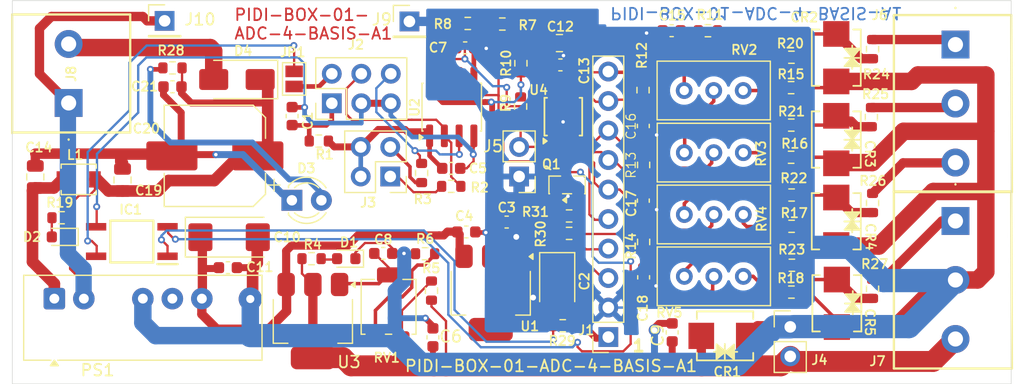
<source format=kicad_pcb>
(kicad_pcb (version 20241229) (generator "pcbnew") (generator_version "9.0")
  (layers (0 "F.Cu" signal) (2 "B.Cu" signal) (13 "F.Paste" user) (15 "B.Paste" user) (5 "F.SilkS" user "F.Silkscreen") (7 "B.SilkS" user "B.Silkscreen") (1 "F.Mask" user) (3 "B.Mask" user) (25 "Edge.Cuts" user))
  (net 0 "")
  (net 1 "Net-(D2-A)")
  (net 2 "+12V")
  (net 3 "GND")
  (net 4 "Net-(D1-A)")
  (net 5 "Net-(PS1-+Vin)")
  (net 6 "Net-(CR2-Pad1)")
  (net 7 "Net-(CR3-Pad1)")
  (net 8 "Net-(CR4-Pad1)")
  (net 9 "/+5V I2C BUS")
  (net 10 "Net-(J3-Pin_2)")
  (net 11 "Net-(U3-ADJ)")
  (net 12 "Net-(U4-VDD)")
  (net 13 "Net-(IC1-E)")
  (net 14 "Net-(D2-K)")
  (net 15 "Net-(CR5-Pad1)")
  (net 16 "Net-(J2-Pin_6)")
  (net 17 "Net-(J2-Pin_4)")
  (net 18 "+9V")
  (net 19 "AIN0")
  (net 20 "Net-(J3-Pin_3)")
  (net 21 "AIN1")
  (net 22 "AIN2")
  (net 23 "AIN3")
  (net 24 "SCL2")
  (net 25 "Net-(J3-Pin_1)")
  (net 26 "Net-(J6-Pad3)")
  (net 27 "Net-(J6-Pad2)")
  (net 28 "Net-(J6-Pad1)")
  (net 29 "Net-(J7-Pad1)")
  (net 30 "Net-(IC1-C)")
  (net 31 "SDA2")
  (net 32 "Net-(R5-Pad2)")
  (net 33 "Net-(R6-Pad1)")
  (net 34 "+4-7Vext")
  (net 35 "Net-(R18-Pad1)")
  (net 36 "+3V3")
  (net 37 "Net-(R22-Pad2)")
  (net 38 "Net-(R11-Pad1)")
  (net 39 "Net-(R12-Pad1)")
  (net 40 "Net-(R13-Pad1)")
  (net 41 "Net-(R14-Pad1)")
  (net 42 "Net-(R15-Pad1)")
  (net 43 "Net-(R16-Pad1)")
  (net 44 "Net-(R17-Pad1)")
  (net 45 "Net-(R23-Pad2)")
  (net 46 "Net-(R20-Pad2)")
  (net 47 "Net-(R21-Pad2)")
  (net 48 "ADDR")
  (net 49 "Net-(D3-A)")
  (net 50 "Net-(D4-A)")
  (net 51 "RDY")
  (net 52 "Net-(IC1-Pad1)")
  (net 53 "Net-(Q1-C)")
  (net 54 "Net-(Q1-B)")
  (net 55 "Net-(J2-Pin_2)")
  (footprint "Resistor_SMD:R_0603_1608Metric" (layer "F.Cu") (at 174.0408 60.8838 180)
    (property "Reference" "R20")
    (property "Value" "1K5")
  )
  (footprint "MYlib_GLOBAL:HCPL-354-000E" (layer "F.Cu") (at 117.25 76.75 180)
    (property "Reference" "IC1")
    (property "Value" "HCPL-354-000E" (hide yes))
  )
  (footprint "Jumper:SolderJumper-2_P1.3mm_Open_Pad1.0x1.5mm" (layer "F.Cu") (at 131.225 62.75 -90)
    (property "Reference" "JP1")
    (property "Value" "Jumper_2_Open")
  )
  (footprint "Capacitor_SMD:C_0603_1608Metric" (layer "F.Cu") (at 161.29 66.802 -90)
    (property "Reference" "C16")
    (property "Value" "100nF")
  )
  (footprint "Capacitor_SMD:C_0603_1608Metric" (layer "F.Cu") (at 163.7284 58.5978 180)
    (property "Reference" "C15")
    (property "Value" "100nF")
  )
  (footprint "Capacitor_SMD:C_0603_1608Metric" (layer "F.Cu") (at 149.525 75.075)
    (property "Reference" "C3")
    (property "Value" "100nF")
  )
  (footprint "Capacitor_SMD:C_0603_1608Metric" (layer "F.Cu") (at 138.9 77.775)
    (property "Reference" "C8")
    (property "Value" "100nF")
  )
  (footprint "Resistor_SMD:R_0603_1608Metric" (layer "F.Cu") (at 174.054 72.7456 180)
    (property "Reference" "R22")
    (property "Value" "1K5")
  )
  (footprint "Resistor_SMD:R_0603_1608Metric" (layer "F.Cu") (at 142.2 70.85 -90)
    (property "Reference" "R3")
    (property "Value" "4K7")
  )
  (footprint "MYlib_GLOBAL:SMB_STM" (layer "F.Cu") (at 177.9016 67.9704 -90)
    (property "Reference" "CR3")
    (property "Value" "SM6T12CA")
  )
  (footprint "Capacitor_SMD:C_0603_1608Metric" (layer "F.Cu") (at 120.75 63.4256 180)
    (property "Reference" "C21")
    (property "Value" "100nF")
  )
  (footprint "Package_SO:TSSOP-10_3x3mm_P0.5mm" (layer "F.Cu") (at 154.4 66 90)
    (property "Reference" "U4")
    (property "Value" "ADS1115IDGS")
  )
  (footprint "LED_THT:LED_D3.0mm" (layer "F.Cu") (at 131.03 73.2)
    (property "Reference" "D3")
    (property "Value" "LED")
  )
  (footprint "Resistor_SMD:R_0603_1608Metric" (layer "F.Cu") (at 149.15 58.025 180)
    (property "Reference" "R7")
    (property "Value" "4K7")
  )
  (footprint "Resistor_SMD:R_0603_1608Metric" (layer "F.Cu") (at 143.05 80.975 90)
    (property "Reference" "R5")
    (property "Value" "100")
  )
  (footprint "Connector_PinHeader_2.54mm:PinHeader_1x01_P2.54mm_Vertical" (layer "F.Cu") (at 120.075 57.75)
    (property "Reference" "J10")
    (property "Value" "Conn_01x01")
  )
  (footprint "Connector_PinSocket_2.54mm:PinSocket_1x10_P2.54mm_Vertical" (layer "F.Cu") (at 158.275 84.975 180)
    (property "Reference" "J1")
    (property "Value" "Conn_01x10_Pin" (hide yes))
  )
  (footprint "MYlib_GLOBAL:SMB_STM" (layer "F.Cu") (at 177.9016 75.0062 -90)
    (property "Reference" "CR4")
    (property "Value" "SM6T12CA")
  )
  (footprint "Capacitor_SMD:C_0603_1608Metric" (layer "F.Cu") (at 143.175 85 90)
    (property "Reference" "C6")
    (property "Value" "100nF")
  )
  (footprint "Resistor_SMD:R_0603_1608Metric" (layer "F.Cu") (at 166.8526 58.5978 180)
    (property "Reference" "R11")
    (property "Value" "10K")
  )
  (footprint "Resistor_SMD:R_0603_1608Metric" (layer "F.Cu") (at 111.2 74.7)
    (property "Reference" "R19")
    (property "Value" "6K8")
  )
  (footprint "Resistor_SMD:R_0603_1608Metric" (layer "F.Cu") (at 154.9 74.55)
    (property "Reference" "R31")
    (property "Value" "10K")
  )
  (footprint "Capacitor_SMD:C_0603_1608Metric" (layer "F.Cu") (at 154.15 61.5442)
    (property "Reference" "C13")
    (property "Value" "100nF")
  )
  (footprint "Resistor_SMD:R_0603_1608Metric" (layer "F.Cu") (at 161.3154 70.1548 -90)
    (property "Reference" "R13")
    (property "Value" "10K")
  )
  (footprint "MYlib_GLOBAL:CTB07093" (layer "F.Cu") (at 188.1632 59.7916 -90)
    (property "Reference" "J6")
    (property "Value" "CTB0709_3" (hide yes))
  )
  (footprint "Resistor_SMD:R_0603_1608Metric" (layer "F.Cu") (at 174.0154 63.5)
    (property "Reference" "R15")
    (property "Value" "820")
  )
  (footprint "Resistor_SMD:R_0603_1608Metric" (layer "F.Cu") (at 181.0258 80.8228 -90)
    (property "Reference" "R27")
    (property "Value" "10")
  )
  (footprint "Capacitor_SMD:C_0603_1608Metric" (layer "F.Cu") (at 163.775 84.575 90)
    (property "Reference" "C9")
    (property "Value" "100nF")
  )
  (footprint "MYlib_GLOBAL:SMB_STM" (layer "F.Cu") (at 177.9016 60.9219 -90)
    (property "Reference" "CR2")
    (property "Value" "SM6T12CA")
  )
  (footprint "Capacitor_SMD:C_0603_1608Metric" (layer "F.Cu") (at 144.75 70.45)
    (property "Reference" "C5")
    (property "Value" "100nF")
  )
  (footprint "Diode_SMD:D_SMA" (layer "F.Cu") (at 126.3 62.8 180)
    (property "Reference" "D4")
    (property "Value" "US2BA")
  )
  (footprint "Capacitor_Tantalum_SMD:CP_EIA-3528-21_Kemet-B" (layer "F.Cu") (at 153.8732 80.175 -90)
    (property "Reference" "C2")
    (property "Value" "100uF")
  )
  (footprint "MYlib_GLOBAL:CTB07093" (layer "F.Cu") (at 188.1632 74.9808 -90)
    (property "Reference" "J7")
    (property "Value" "CTB0709_3" (hide yes))
  )
  (footprint "Package_TO_SOT_SMD:SOT-223-3_TabPin2" (layer "F.Cu") (at 132.8375 83.6 -90)
    (property "Reference" "U3")
    (property "Value" "AMS1117CD")
  )
  (footprint "Package_SO:SOIC-8_3.9x4.9mm_P1.27mm" (layer "F.Cu") (at 144.7942 65.1764 90)
    (property "Reference" "U2")
    (property "Value" "ADuM1250")
  )
  (footprint "Resistor_SMD:R_0603_1608Metric" (layer "F.Cu") (at 174.0154 69.4944)
    (property "Reference" "R16")
    (property "Value" "820")
  )
  (footprint "Resistor_SMD:R_0603_1608Metric" (layer "F.Cu") (at 161.3154 76.7842 -90)
    (property "Reference" "R14")
    (property "Value" "10K")
  )
  (footprint "Potentiometer_SMD:Potentiometer_Bourns_3314G_Vertical" (layer "F.Cu") (at 139.3568 82.3722 180)
    (property "Reference" "RV1" (hide yes))
    (property "Value" "500")
  )
  (footprint "Connector_PinHeader_2.54mm:PinHeader_2x02_P2.54mm_Vertical" (layer "F.Cu") (at 139.5 71.15 180)
    (property "Reference" "J3")
    (property "Value" "Conn_02x02_Odd_Even")
  )
  (footprint "MYlib_GLOBAL:CTB07092" (layer "F.Cu") (at 111.8108 64.8208 90)
    (property "Reference" "J8")
    (property "Value" "CTB0709_2" (hide yes))
  )
  (footprint "Capacitor_SMD:C_0805_2012Metric" (layer "F.Cu") (at 116.45 71.45 90)
    (property "Reference" "C19")
    (property "Value" "4,7uF")
  )
  (footprint "Resistor_SMD:R_0603_1608Metric" (layer "F.Cu") (at 133.35 68.1 180)
    (property "Reference" "R1")
    (property "Value" "10")
  )
  (footprint "Package_TO_SOT_SMD:SOT-23" (layer "F.Cu") (at 154.725 71.875 90)
    (property "Reference" "Q1")
    (property "Value" "BC817")
  )
  (footprint "Capacitor_SMD:C_0603_1608Metric" (layer "F.Cu") (at 131.05 65.95 90)
    (property "Reference" "C1")
    (property "Value" "100nF")
  )
  (footprint "Connector_PinHeader_2.54mm:PinHeader_1x01_P2.54mm_Vertical" (layer "F.Cu") (at 141.15 57.8)
    (property "Reference" "J9")
    (property "Value" "Conn_01x01")
  )
  (footprint "Connector_PinHeader_2.54mm:PinHeader_1x02_P2.54mm_Vertical" (layer "F.Cu") (at 150.597 71.1508 180)
    (property "Reference" "J5")
    (property "Value" "Conn_02x01")
  )
  (footprint "Potentiometer_THT:Potentiometer_Bourns_3296W_Vertical" (layer "F.Cu") (at 164.82 69.1 180)
    (property "Reference" "RV3")
    (property "Value" "1K")
  )
  (footprint "Resistor_SMD:R_0603_1608Metric" (layer "F.Cu") (at 120.75 61.8)
    (property "Reference" "R28")
    (property "Value" "6K8")
  )
  (footprint "Resistor_SMD:R_0603_1608Metric" (layer "F.Cu") (at 132.725 78.225 180)
    (property "Reference" "R4")
    (property "Value" "5K6")
  )
  (footprint "Resistor_SMD:R_0603_1608Metric" (layer "F.Cu") (at 181.0258 73.4314 -90)
    (property "Reference" "R26")
    (property "Value" "10")
  )
  (footprint "Resistor_SMD:R_0603_1608Metric" (layer "F.Cu") (at 150.75 61.4 -90)
    (property "Reference" "R10")
    (property "Value" "10")
  )
  (footprint "Resistor_SMD:R_0603_1608Metric" (layer "F.Cu") (at 154.35 84 180)
    (property "Reference" "R29")
    (property "Value" "10K")
  )
  (footprint "Converter_DCDC:Converter_DCDC_XP_POWER-IAxxxxS_THT" (layer "F.Cu") (at 110.58 81.6675 90)
    (property "Reference" "PS1")
    (property "Value" "IA1209S-2WS")
  )
  (footprint "Resistor_SMD:R_0603_1608Metric" (layer "F.Cu") (at 174.0286 66.7258 180)
    (property "Reference" "R21")
    (property "Value" "1K5")
  )
  (footprint "LED_SMD:LED_0603_1608Metric" (layer "F.Cu") (at 135.7125 78.225 180)
    (property "Reference" "D1")
    (property "Value" "LED rt")
  )
  (footprint "LED_SMD:LED_0603_1608Metric" (layer "F.Cu") (at 111.1492 76.351 180)
    (property "Reference" "D2")
    (property "Value" "LED gn")
  )
  (footprint "Package_TO_SOT_SMD:SOT-223-3_TabPin2" (layer "F.Cu") (at 148.15 81.175 -90)
    (property "Reference" "U1")
    (property "Value" "AMS1117-3.3")
  )
  (footprint "Inductor_SMD:L_Wuerth_WE-GF-1210" (layer "F.Cu") (at 112.675 71.4 180)
    (property "Reference" "L1")
    (property "Value" "6,8uH")
  )
  (footprint "Capacitor_SMD:CP_Elec_8x10.5" (layer "F.Cu") (at 124.4 69.375 180)
    (property "Reference" "C20")
    (property "Value" "100uF")
  )
  (footprint "Resistor_SMD:R_0603_1608Metric" (layer "F.Cu") (at 142.5 77.8 180)
    (property "Reference" "R6")
    (property "Value" "100")
  )
  (footprint "MYlib_GLOBAL:SMB_STM" (layer "F.Cu") (at 168.325 84.875 180)
    (property "Reference" "CR1")
    (property "Value" "SM6T12CA")
  )
  (footprint "Capacitor_SMD:C_0603_1608Metric" (layer "F.Cu") (at 146.05 75.925)
    (property "Reference" "C4")
    (property "Value" "100nF")
  )
  (footprint "Resistor_SMD:R_0603_1608Metric" (layer "F.Cu") (at 150.725 65.125 90)
    (property "Reference" "R9")
    (property "Value" "4K7")
  )
  (footprint "Resistor_SMD:R_0603_1608Metric" (layer "F.Cu") (at 161.2646 63.7154 -90)
    (property "Reference" "R12")
    (property "Value" "10K")
  )
  (footprint "Resistor_SMD:R_0603_1608Metric" (layer "F.Cu") (at 174.0408 81.1022)
    (property "Reference" "R18")
    (property "Value" "820")
  )
  (footprint "Capacitor_SMD:C_0805_2012Metric" (layer "F.Cu") (at 154.0662 59.6646)
    (property "Reference" "C12")
    (property "Value" "10uF")
  )
  (footprint "Potentiometer_THT:Potentiometer_Bourns_3296W_Vertical" (layer "F.Cu") (at 164.82 74.425 180)
    (property "Reference" "RV4")
    (property "Value" "1K")
  )
  (footprint "MYlib_GLOBAL:SMB_STM" (layer "F.Cu") (at 177.9524 82.0674 -90)
    (property "Reference" "CR5")
    (property "Value" "SM6T12CA")
  )
  (footprint "Connector_PinHeader_2.54mm:PinHeader_2x03_P2.54mm_Vertical" (layer "F.Cu") (at 134.4676 64.8462 90)
    (property "Reference" "J2")
    (property "Value" "Conn_02x03_Odd_Even" (hide yes))
  )
  (footprint "Resistor_SMD:R_0603_1608Metric" (layer "F.Cu") (at 181.0258 60.1858 -90)
    (property "Reference" "R24")
    (property "Value" "10")
  )
  (footprint "Resistor_SMD:R_0603_1608Metric" (layer "F.Cu") (at 180.9242 66.04 -90)
    (property "Reference" "R25")
    (property "Value" "10")
  )
  (footprint "Capacitor_SMD:C_0603_1608Metric" (layer "F.Cu") (at 161.29 73.2282 -90)
    (property "Reference" "C17")
    (property "Value" "100nF")
  )
  (footprint "Capacitor_SMD:C_0603_1608Metric" (layer "F.Cu") (at 145.95 60.075)
    (property "Reference" "C7")
    (property "Value" "100nF")
  )
  (footprint "Resistor_SMD:R_0603_1608Metric" (layer "F.Cu") (at 174.054 75.438)
    (property "Reference" "R17")
    (property "Value" "820")
  )
  (footprint "Potentiometer_THT:Potentiometer_Bourns_3296W_Vertical" (layer "F.Cu") (at 164.82 79.75 180)
    (property "Reference" "RV5")
    (property "Value" "1K")
  )
  (footprint "Capacitor_SMD:C_0603_1608Metric" (layer "F.Cu") (at 161.3154 79.8322 -90)
    (property "Reference" "C18")
    (property "Value" "100nF")
  )
  (footprint "Capacitor_Tantalum_SMD:CP_EIA-6032-28_Kemet-C" (layer "F.Cu") (at 125.625 76.375)
    (property "Reference" "C10")
    (property "Value" "100uF")
  )
  (footprint "Capacitor_SMD:C_0805_2012Metric" (layer "F.Cu") (at 108.9392 71.1896 90)
    (property "Reference" "C14")
    (property "Value" "4,7uF")
  )
  (footprint "Resistor_SMD:R_0603_1608Metric" (layer "F.Cu") (at 146.175 57.975 180)
    (property "Reference" "R8")
    (property "Value" "4K7")
  )
  (footprint "Connector_PinHeader_2.54mm:PinHeader_1x02_P2.54mm_Vertical" (layer "F.Cu") (at 173.9392 84.0994)
    (property "Reference" "J4")
    (property "Value" "Conn_02x01")
  )
  (footprint "Resistor_SMD:R_0603_1608Metric" (layer "F.Cu") (at 154.9 76.05 180)
    (property "Reference" "R30")
    (property "Value" "10K")
  )
  (footprint "Capacitor_SMD:C_0603_1608Metric" (layer "F.Cu") (at 125.525 79)
    (property "Reference" "C11")
    (property "Value" "100nF")
  )
  (footprint "Resistor_SMD:R_0603_1608Metric" (layer "F.Cu") (at 174.0794 78.7908 180)
    (property "Reference" "R23")
    (property "Value" "1K5")
  )
  (footprint "Resistor_SMD:R_0603_1608Metric" (layer "F.Cu") (at 144.75 72 180)
    (property "Reference" "R2")
    (property "Value" "4K7")
  )
  (footprint "Potentiometer_THT:Potentiometer_Bourns_3296W_Vertical" (layer "F.Cu") (at 164.81 63.75 180)
    (property "Reference" "RV2")
    (property "Value" "1K")
  )
  (gr_rect (start 106.9616 56.007) (end 192.9616 89.007) (stroke (width 0.05)) (fill no) (layer "Edge.Cuts"))
  (gr_text "PIDI-BOX-01-\nADC-4-BASIS-A1" (at 126 59.425 0) (layer "F.Cu") (effects (font (size 1 1)) (justify left bottom)))
  (gr_text "PIDI-BOX-01-ADC-4-BASIS-A1" (at 158.35 56.5 180) (layer "B.Cu") (effects (font (size 1 1)) (justify left bottom mirror)))
  (gr_text "1\n" (at 160.25 86.325 0) (layer "F.SilkS") (effects (font (size 1 1) (thickness 0.25) (bold yes)) (justify left bottom)))
  (gr_text "PIDI-BOX-01-ADC-4-BASIS-A1" (at 140.675 88.05 0) (layer "F.SilkS") (effects (font (size 1 1)) (justify left bottom)))
  (segment (start 110.3617 76.351) (end 110.3617 74.7133) (width 0.2) (layer "F.Cu") (net 1))
  (segment (start 110.3617 74.7133) (end 110.375 74.7) (width 0.2) (layer "F.Cu") (net 1))
  (segment (start 114.2 71.85) (end 114.2508 71.9008) (width 0.2) (layer "F.Cu") (net 2))
  (segment (start 114.075 72.3) (end 114.075 71.4) (width 0.2) (layer "F.Cu") (net 2))
  (segment (start 114.2 71.525) (end 114.2 71.85) (width 0.2) (layer "F.Cu") (net 2))
  (segment (start 121.575 61.8) (end 121.575 63.3756) (width 0.2) (layer "F.Cu") (net 2))
  (segment (start 114.25 71.4) (end 115.25 72.4) (width 1) (layer "F.Cu") (net 2))
  (segment (start 115.25 72.4) (end 116.45 72.4) (width 1) (layer "F.Cu") (net 2))
  (segment (start 112.725 72.775) (end 113.6 72.775) (width 0.2) (layer "F.Cu") (net 2))
  (segment (start 128.95 64.8) (end 128.9292 64.8208) (width 0.6) (layer "F.Cu") (net 2))
  (segment (start 114.075 71.4) (end 114.25 71.4) (width 1) (layer "F.Cu") (net 2))
  (segment (start 121.575 63.3756) (end 121.525 63.4256) (width 0.2) (layer "F.Cu") (net 2))
  (segment (start 128.8712 69.2658) (end 128.95 69.187) (width 1) (layer "F.Cu") (net 2))
  (segment (start 119.5 72.4) (end 120.4 71.5) (width 1) (layer "F.Cu") (net 2))
  (segment (start 128.9292 64.8208) (end 122.3708 64.8208) (width 0.6) (layer "F.Cu") (net 2))
  (segment (start 127.8128 69.2658) (end 128.8712 69.2658) (width 1.2) (layer "F.Cu") (net 2))
  (segment (start 124.35 71.5) (end 126.5842 69.2658) (width 1) (layer "F.Cu") (net 2))
  (segment (start 112.025 74.7) (end 112.025 73.475) (width 0.2) (layer "F.Cu") (net 2))
  (segment (start 126.5842 69.2658) (end 127.8128 69.2658) (width 1) (layer "F.Cu") (net 2))
  (segment (start 128.95 69.187) (end 128.95 63.45) (width 1) (layer "F.Cu") (net 2))
  (segment (start 121.525 63.975) (end 121.525 63.4256) (width 0.6) (layer "F.Cu") (net 2))
  (segment (start 122.3708 64.8208) (end 121.525 63.975) (width 0.6) (layer "F.Cu") (net 2))
  (segment (start 113.6 72.775) (end 114.075 72.3) (width 0.2) (layer "F.Cu") (net 2))
  (segment (start 128.95 63.45) (end 128.3 62.8) (width 1) (layer "F.Cu") (net 2))
  (segment (start 116.45 72.4) (end 119.5 72.4) (width 1) (layer "F.Cu") (net 2))
  (segment (start 114.075 71.4) (end 114.2 71.525) (width 0.2) (layer "F.Cu") (net 2))
  (segment (start 112.025 73.475) (end 112.725 72.775) (width 0.2) (layer "F.Cu") (net 2))
  (segment (start 112.05 74.675) (end 112.025 74.7) (width 0.2) (layer "F.Cu") (net 2))
  (segment (start 120.4 71.5) (end 124.35 71.5) (width 1) (layer "F.Cu") (net 2))
  (segment (start 153.6668 81.715) (end 153.8732 81.5086) (width 0.4) (layer "F.Cu") (net 3))
  (segment (start 154.408475 60.7314) (end 155.0138 60.7314) (width 0.3) (layer "F.Cu") (net 3))
  (segment (start 126.3 79) (end 126.3 79.05) (width 0.6) (layer "F.Cu") (net 3))
  (segment (start 141.65 77.775) (end 141.675 77.8) (width 0.2) (layer "F.Cu") (net 3))
  (segment (start 177.9524 70.0659) (end 177.9524 70.4723) (width 0.3) (layer "F.Cu") (net 3))
  (segment (start 170.3947 84.5) (end 170.3947 84.85) (width 1) (layer "F.Cu") (net 3))
  (segment (start 181.5592 77.1398) (end 186.2582 72.4408) (width 1.5) (layer "F.Cu") (net 3))
  (segment (start 190.7794 67.2592) (end 183.6928 67.2592) (width 1.5) (layer "F.Cu") (net 3))
  (segment (start 140.683 77.775) (end 141.65 77.775) (width 0.2) (layer "F.Cu") (net 3))
  (segment (start 146.6992 61.9264) (end 146.6992 62.7014) (width 0.2) (layer "F.Cu") (net 3))
  (segment (start 170.3947 84.85) (end 170.3697 84.875) (width 1) (layer "F.Cu") (net 3))
  (segment (start 181.0004 69.9516) (end 177.9651 69.9516) (width 1.5) (layer "F.Cu") (net 3))
  (segment (start 177.9016 77.0509) (end 177.9905 77.1398) (width 1.5) (layer "F.Cu") (net 3))
  (segment (start 162.3438 80.6072) (end 161.3154 80.6072) (width 0.3) (layer "F.Cu") (net 3))
  (segment (start 127.65 79) (end 126.3 79) (width 0.6) (layer "F.Cu") (net 3))
  (segment (start 162.15 84.275) (end 162.25 84.375) (width 0.2) (layer "F.Cu") (net 3))
  (segment (start 175.5394 81.1022) (end 174.8658 81.1022) (width 0.3) (layer "F.Cu") (net 3))
  (segment (start 184.9374 62.4078) (end 190.7794 62.4078) (width 1.5) (layer "F.Cu") (net 3))
  (segment (start 155.6875 72.6375) (end 155.6875 74.3125) (width 0.2) (layer "F.Cu") (net 3))
  (segment (start 190.7794 72.4408) (end 190.7794 79.3496) (width 1.5) (layer "F.Cu") (net 3))
  (segment (start 174.8404 63.5) (end 177.3682 63.5) (width 0.3) (layer "F.Cu") (net 3))
  (segment (start 139.225 76.875) (end 137.325 76.875) (width 0.2) (layer "F.Cu") (net 3))
  (segment (start 163.775 83.8) (end 162.625 83.8) (width 0.6) (layer "F.Cu") (net 3))
  (segment (start 162.7502 58.801) (end 162.9534 58.5978) (width 0.3) (layer "F.Cu") (net 3))
  (segment (start 143.175 84.225) (end 143.175 84) (width 0.5) (layer "F.Cu") (net 3))
  (segment (start 155.0162 61.453) (end 154.925 61.5442) (width 0.3) (layer "F.Cu") (net 3))
  (segment (start 137.325 76.875) (end 136.5 77.7) (width 0.2) (layer "F.Cu") (net 3))
  (segment (start 177.9524 84.1121) (end 178.0667 84.2264) (width 1.5) (layer "F.Cu") (net 3))
  (segment (start 187.071 80.0608) (end 188.1632 80.0608) (width 1.5) (layer "F.Cu") (net 3))
  (segment (start 140.683 77.775) (end 140.7012 77.7932) (width 0.2) (layer "F.Cu") (net 3))
  (segment (start 152.2 81.715) (end 153.6668 81.715) (width 0.4) (layer "F.Cu") (net 3))
  (segment (start 171.1453 84.0994) (end 173.9392 84.0994) (width 1) (layer "F.Cu") (net 3))
  (segment (start 190.0682 80.0608) (end 188.1632 80.0608) (width 1.5) (layer "F.Cu") (net 3))
  (segment (start 127.45 81.7) (end 127.65 81.5) (width 0.8) (layer "F.Cu") (net 3))
  (segment (start 150.35 76.35) (end 150.35 75.125) (width 0.4) (layer "F.Cu") (net 3))
  (segment (start 170.3697 84.875) (end 171.1453 84.0994) (width 1) (layer "F.Cu") (net 3))
  (segment (start 139.675 77.775) (end 140.683 77.775) (width 0.3) (layer "F.Cu") (net 3))
  (segment (start 127.65 81.5) (end 127.65 79) (width 1) (layer "F.Cu") (net 3))
  (segment (start 190.7794 67.2592) (end 190.7794 72.4408) (width 1.5) (layer "F.Cu") (net 3))
  (segment (start 146.7 75.975) (end 146.625 75.9) (width 0.4) (layer "F.Cu") (net 3))
  (segment (start 155.6875 72.7875) (end 154.8625 72.7875) (width 0.2) (layer "F.Cu") (net 3))
  (segment (start 177.9651 69.9516) (end 177.9016 70.0151) (width 1.5) (layer "F.Cu") (net 3))
  (segment (start 182.9054 84.2264) (end 187.071 80.0608) (width 1.5) (layer "F.Cu") (net 3))
  (segment (start 161.5694 58.801) (end 162.7502 58.801) (width 0.3) (layer "F.Cu") (net 3))
  (segment (start 174.879 76.4286) (end 174.879 75.438) (width 0.3) (layer "F.Cu") (net 3))
  (segment (start 128.05 78.6) (end 128.05 76.42) (width 1) (layer "F.Cu") (net 3))
  (segment (start 177.3682 63.5) (end 177.9016 62.9666) (width 0.3) (layer "F.Cu") (net 3))
  (segment (start 147.725 75.975) (end 146.7 75.975) (width 0.4) (layer "F.Cu") (net 3))
  (segment (start 177.9524 83.5152) (end 175.5394 81.1022) (width 0.3) (layer "F.Cu") (net 3))
  (segment (start 155.0162 60.5) (end 155.0162 61.453) (width 0.3) (layer "F.Cu") (net 3))
  (segment (start 155.0162 60.7338) (end 155.0162 59.6646) (width 0.3) (layer "F.Cu") (net 3))
  (segment (start 147.7648 60.1218) (end 146.7718 60.1218) (width 0.4) (layer "F.Cu") (net 3))
  (segment (start 162.625 83.8) (end 162.15 84.275) (width 0.6) (layer "F.Cu") (net 3))
  (segment (start 177.9905 77.1398) (end 181.5592 77.1398) (width 1.5) (layer "F.Cu") (net 3))
  (segment (start 146.725 60.075) (end 146.725 60.4) (width 0.4) (layer "F.Cu") (net 3))
  (segment (start 151.9936 81.5086) (end 152.2 81.715) (width 0.4) (layer "F.Cu") (net 3))
  (segment (start 128.05 78.6) (end 127.65 79) (width 1) (layer "F.Cu") (net 3))
  (segment (start 177.9016 62.9666) (end 184.3786 62.9666) (width 1.5) (layer "F.Cu") (net 3))
  (segment (start 146.725 60.4) (end 146.6992 60.4258) (width 0.4) (layer "F.Cu") (net 3))
  (segment (start 183.6928 67.2592) (end 181.0004 69.9516) (width 1.5) (layer "F.Cu") (net 3))
  (segment (start 150.35 75.125) (end 150.3 75.075) (width 0.4) (layer "F.Cu") (net 3))
  (segment (start 146.6992 60.4258) (end 146.6992 61.9264) (width 0.4) (layer "F.Cu") (net 3))
  (segment (start 154.4 66.4688) (end 154.3812 66.45) (width 0.25) (layer "F.Cu") (net 3))
  (segment (start 143.175 84) (end 142.525 83.35) (width 0.5) (layer "F.Cu") (net 3))
  (segment (start 154.414789 60.737714) (end 154.408475 60.7314) (width 0.3) (layer "F.Cu") (net 3))
  (segment (start 139.675 77.775) (end 139.675 77.325) (width 0.2) (layer "F.Cu") (net 3))
  (segment (start 150.3 76.4) (end 150.35 76.35) (width 0.4) (layer "F.Cu") (net 3))
  (segment (start 139.675 77.325) (end 139.225 76.875) (width 0.2) (layer "F.Cu") (net 3))
  (segment (start 177.9016 77.0509) (end 175.5013 77.0509) (width 0.3) (layer "F.Cu") (net 3))
  (segment (start 150.3 78.1) (end 150.3 76.4) (width 0.8) (layer "F.Cu") (net 3))
  (segment (start 154.4 68.5104) (end 154.4 66.4688) (width 0.25) (layer "F.Cu") (net 3))
  (segment (start 190.7794 62.4078) (end 190.7794 67.2592) (width 1.5) (layer "F.Cu") (net 3))
  (segment (start 136.5 77.7) (end 136.5 78.225) (width 0.2) (layer "F.Cu") (net 3))
  (segment (start 184.3786 62.9666) (end 184.9374 62.4078) (width 1.5) (layer "F.Cu") (net 3))
  (segment (start 177.3809 69.4944) (end 177.9524 70.0659) (width 0.3) (layer "F.Cu") (net 3))
  (segment (start 161.29 74.0032) (end 162.433 74.0032) (width 0.3) (layer "F.Cu") (net 3))
  (segment (start 174.8404 69.4944) (end 177.3809 69.4944) (width 0.3) (layer "F.Cu") (net 3))
  (segment (start 155.6875 74.3125) (end 155.775 74.4) (width 0.2) (layer "F.Cu") (net 3))
  (segment (start 170.3697 84.475) (end 170.3947 84.5) (width 1) (layer "F.Cu") (net 3))
  (segment (start 190.7794 79.3496) (end 190.0682 80.0608) (width 1.5) (layer "F.Cu") (net 3))
  (segment (start 146.7718 60.1218) (end 146.725 60.075) (width 0.4) (layer "F.Cu") (net 3))
  (segment (start 177.9524 84.1121) (end 177.9524 83.5152) (width 0.3) (layer "F.Cu") (net 3))
  (segment (start 186.2582 72.4408) (end 190.7794 72.4408) (width 1.5) (layer "F.Cu") (net 3))
  (segment (start 154.8625 72.7875) (end 154.8 72.85) (width 0.2) (layer "F.Cu") (net 3))
  (segment (start 162.3822 80.5688) (end 162.3438 80.6072) (width 0.3) (layer "F.Cu") (net 3))
  (segment (start 175.5013 77.0509) (end 174.879 76.4286) (width 0.3) (layer "F.Cu") (net 3))
  (segment (start 162.433 67.577) (end 161.29 67.577) (width 0.3) (layer "F.Cu") (net 3))
  (segment (start 178.0667 84.2264) (end 182.9054 84.2264) (width 1.5) (layer "F.Cu") (net 3))
  (via (at 162.25 84.375) (size 1) (drill 0.5) (layers "F.Cu" "B.Cu") (net 3))
  (via (at 127.45 81.7) (size 2) (drill 0.7) (layers "F.Cu" "B.Cu") (net 3))
  (via (at 154.3812 66.45) (size 0.6) (drill 0.3) (layers "F.Cu" "B.Cu") (net 3))
  (via (at 147.7648 60.1218) (size 0.6) (drill 0.3) (layers "F.Cu" "B.Cu") (net 3))
  (via (at 147.725 75.975) (size 0.6) (drill 0.3) (layers "F.Cu" "B.Cu") (net 3))
  (via (at 162.3822 80.5688) (size 0.6) (drill 0.3) (layers "F.Cu" "B.Cu") (net 3))
  (via (at 154.8 72.85) (size 0.6) (drill 0.3) (layers "F.Cu" "B.Cu") (net 3))
  (via (at 161.5694 58.801) (size 0.6) (drill 0.3) (layers "F.Cu" "B.Cu") (net 3))
  (via (at 162.433 74.0032) (size 0.6) (drill 0.3) (layers "F.Cu" "B.Cu") (net 3))
  (via (at 142.525 83.35) (size 0.6) (drill 0.3) (layers "F.Cu" "B.Cu") (net 3))
  (via (at 162.433 67.577) (size 0.6) (drill 0.3) (layers "F.Cu" "B.Cu") (net 3))
  (via (at 151.8 81.575) (size 1) (drill 0.5) (layers "F.Cu" "B.Cu") (net 3))
  (via (at 140.683 77.775) (size 0.6) (drill 0.3) (layers "F.Cu" "B.Cu") (net 3))
  (via (at 154.414789 60.737714) (size 0.6) (drill 0.3) (layers "F.Cu" "B.Cu") (net 3))
  (via (at 150.35 76.35) (size 1) (drill 0.5) (layers "F.Cu" "B.Cu") (net 3))
  (segment (start 174.2186 84.074) (end 184.15 84.074) (width 2) (layer "B.Cu") (net 3))
  (segment (start 147.725 75.975) (end 148.1 76.35) (width 0.4) (layer "B.Cu") (net 3))
  (segment (start 127.45 84.85) (end 139.6378 84.85) (width 2) (layer "B.Cu") (net 3))
  (segment (start 148.5 83.75) (end 148.7 83.55) (width 1) (layer "B.Cu") (net 3))
  (segment (start 148.9 59.325) (end 149.1446 59.0804) (width 0.4) (layer "B.Cu") (net 3))
  (segment (start 142.1128 87.325) (end 139.7 84.9122) (width 2) (layer "B.Cu") (net 3))
  (segment (start 162.433 67.577) (end 162.433 74.0032) (width 1.5) (layer "B.Cu") (net 3))
  (segment (start 150.617 71.1708) (end 150.597 71.1508) (width 0.3) (layer "B.Cu") (net 3))
  (segment (start 158.425 82.5) (end 158.49 82.435) (width 0.2) (layer "B.Cu") (net 3))
  (segment (start 154.699 58.801) (end 161.5694 58.801) (width 0.3) (layer "B.Cu") (net 3))
  (segment (start 148.5 83.75) (end 148.9 83.75) (width 0.8) (layer "B.Cu") (net 3))
  (segment (start 118.2 83.75) (end 118.2 81.6675) (width 1.5) (layer "B.Cu") (net 3))
  (segment (start 162.3822 80.5688) (end 162.433 80.518) (width 0.3) (layer "B.Cu") (net 3))
  (segment (start 140.683 77.775) (end 140.7 77.792) (width 1.2) (layer "B.Cu") (net 3))
  (segment (start 160.516 82.435) (end 162.3822 80.5688) (width 0.2) (layer "B.Cu") (net 3))
  (segment (start 147.375 57.8) (end 148.9 59.325) (width 0.8) (layer "B.Cu") (net 3))
  (segment (start 148.9 59.85) (end 148.9 59.325) (width 0.4) (layer "B.Cu") (net 3))
  (segment (start 179.104 77.25) (end 163.483 77.25) (width 2) (layer "B.Cu") (net 3))
  (segment (start 147.7648 60.1218) (end 148.6282 60.1218) (width 0.4) (layer "B.Cu") (net 3))
  (segment (start 140.7 77.792) (end 140.7 80.1582) (width 1.2) (layer "B.Cu") (net 3))
  (segment (start 162.433 80.518) (end 162.433 74.0032) (width 1.5) (layer "B.Cu") (net 3))
  (segment (start 162.25 84.375) (end 162.25 87.325) (width 0.6) (layer "B.Cu") (net 3))
  (segment (start 173.9392 84.0994) (end 172.593 84.0994) (width 2) (layer "B.Cu") (net 3))
  (segment (start 154.4 59.1) (end 154.699 58.801) (width 0.3) (layer "B.Cu") (net 3))
  (segment (start 184.15 84.074) (end 188.1632 80.0608) (width 2) (layer "B.Cu") (net 3))
  (segment (start 154.3812 70.993) (end 154.2034 71.1708) (width 0.3) (layer "B.Cu") (net 3))
  (segment (start 154.8 72.85) (end 154.2034 72.2534) (width 0.2) (layer "B.Cu") (net 3))
  (segment (start 151.8 81.575) (end 150.597 80.372) (width 1) (layer "B.Cu") (net 3))
  (segment (start 142.525 83.35) (end 139.883 83.35) (width 0.5) (layer "B.Cu") (net 3))
  (segment (start 154.4 59.1) (end 154.3812 59.1188) (width 0.3) (layer "B.Cu") (net 3))
  (segment (start 139.883 84.836) (end 139.8068 84.9122) (width 1.2) (layer "B.Cu") (net 3))
  (segment (start 127.45 81.7) (end 127.45 84.85) (width 1.5) (layer "B.Cu") (net 3))
  (segment (start 139.7446 84.85) (end 139.8068 84.9122) (width 2) (layer "B.Cu") (net 3))
  (segment (start 149.1446 59.0804) (end 154.3804 59.0804) (width 0.4) (layer "B.Cu") (net 3))
  (segment (start 163.483 77.25) (end 162.433 76.2) (width 2) (layer "B.Cu") (net 3))
  (segment (start 154.2034 72.2534) (end 154.2034 71.1708) (width 0.2) (layer "B.Cu") (net 3))
  (segment (start 172.593 84.0994) (end 169.3674 87.325) (width 2) (layer "B.Cu") (net 3))
  (segment (start 169.3674 87.325) (end 142.1128 87.325) (width 2) (layer "B.Cu") (net 3))
  (segment (start 162.433 67.577) (end 162.4076 67.5516) (width 0.3) (layer "B.Cu") (net 3))
  (segment (start 139.883 80.9752) (end 139.883 83.35) (width 1.2) (layer "B.Cu") (net 3))
  (segment (start 181.9656 80.1116) (end 179.104 77.25) (width 2) (layer "B.Cu") (net 3))
  (segment (start 154.3812 59.1188) (end 154.3812 66.45) (width 0.3) (layer "B.Cu") (net 3))
  (segment (start 150.597 80.372) (end 150.597 71.1508) (width 1) (layer "B.Cu") (net 3))
  (segment (start 141.15 57.8) (end 147.375 57.8) (width 0.8) (layer "B.Cu") (net 3))
  (segment (start 119.3 84.85) (end 118.2 83.75) (width 1.5) (layer "B.Cu") (net 3))
  (segment (start 154.3804 59.0804) (end 154.4 59.1) (width 0.4) (layer "B.Cu") (net 3))
  (segment (start 158.49 82.435) (end 160.516 82.435) (width 0.2) (layer "B.Cu") (net 3))
  (segment (start 154.2034 71.1708) (end 150.617 71.1708) (width 0.3) (layer "B.Cu") (net 3))
  (segment (start 154.3812 66.45) (end 154.3812 70.993) (width 0.3) (layer "B.Cu") (net 3))
  (segment (start 148.6282 60.1218) (end 148.9 59.85) (width 0.4) (layer "B.Cu") (net 3))
  (segment (start 139.883 83.35) (end 139.883 84.836) (width 1.2) (layer "B.Cu") (net 3))
  (segment (start 140.7 80.1582) (end 139.883 80.9752) (width 1.2) (layer "B.Cu") (net 3))
  (segment (start 188.1124 80.1116) (end 181.9656 80.1116) (width 2) (layer "B.Cu") (net 3))
  (segment (start 162.4076 67.5516) (end 162.4076 59.6392) (width 1.5) (layer "B.Cu") (net 3))
  (segment (start 127.45 84.85) (end 119.3 84.85) (width 1.5) (layer "B.Cu") (net 3))
  (segment (start 188.1632 80.0608) (end 188.1124 80.1116) (width 1) (layer "B.Cu") (net 3))
  (segment (start 162.4076 59.6392) (end 161.5694 58.801) (width 0.8) (layer "B.Cu") (net 3))
  (segment (start 148.1 76.35) (end 150.35 76.35) (width 0.4) (layer "B.Cu") (net 3))
  (segment (start 134.85 78.3) (end 134.925 78.225) (width 0.2) (layer "F.Cu") (net 4))
  (segment (start 133.55 78.3) (end 134.85 78.3) (width 0.2) (layer "F.Cu") (net 4))
  (segment (start 108.9392 72.1396) (end 110.5354 72.1396) (width 1) (layer "F.Cu") (net 5))
  (segment (start 108.7 72.3788) (end 108.9392 72.1396) (width 1) (layer "F.Cu") (net 5))
  (segment (start 108.9392 72.1396) (end 108.99 72.1904) (width 1) (layer "F.Cu") (net 5))
  (segment (start 110.58 81.6675) (end 110.58 80.3794) (width 1) (layer "F.Cu") (net 5))
  (segment (start 108.7 78.4994) (end 108.7 72.3788) (width 1) (layer "F.Cu") (net 5))
  (segment (start 110.58 80.3794) (end 108.7 78.4994) (width 1) (layer "F.Cu") (net 5))
  (segment (start 110.5354 72.1396) (end 111.275 71.4) (width 1) (layer "F.Cu") (net 5))
  (segment (start 180.0352 61.0108) (end 181.0258 61.0108) (width 0.8) (layer "F.Cu") (net 6))
  (segment (start 175.5648 58.8772) (end 177.9016 58.8772) (width 0.3) (layer "F.Cu") (net 6))
  (segment (start 174.8658 60.8838) (end 174.8658 59.5762) (width 0.3) (layer "F.Cu") (net 6))
  (segment (start 174.8658 59.5762) (end 175.5648 58.8772) (width 0.3) (layer "F.Cu") (net 6))
  (segment (start 177.9016 58.8772) (end 180.0352 61.0108) (width 0.8) (layer "F.Cu") (net 6))
  (segment (start 177.9524 66.3829) (end 179.1589 66.3829) (width 0.8) (layer "F.Cu") (net 7))
  (segment (start 174.8536 66.7258) (end 177.1015 66.7258) (width 0.3) (layer "F.Cu") (net 7))
  (segment (start 177.1015 66.7258) (end 177.9016 65.9257) (width 0.3) (layer "F.Cu") (net 7))
  (segment (start 179.6674 66.865) (end 180.9242 66.865) (width 0.8) (layer "F.Cu") (net 7))
  (segment (start 179.6542 66.8782) (end 179.6674 66.865) (width 0.8) (layer "F.Cu") (net 7))
  (segment (start 179.1589 66.3829) (end 179.6542 66.8782) (width 0.8) (layer "F.Cu") (net 7))
  (segment (start 177.9016 65.9257) (end 177.9524 65.9765) (width 0.3) (layer "F.Cu") (net 7))
  (segment (start 177.9524 65.9765) (end 177.9524 66.3829) (width 0.3) (layer "F.Cu") (net 7))
  (segment (start 179.1965 74.2564) (end 181.0258 74.2564) (width 0.8) (layer "F.Cu") (net 8))
  (segment (start 177.9016 72.9615) (end 177.6857 72.7456) (width 0.3) (layer "F.Cu") (net 8))
  (segment (start 177.6857 72.7456) (end 174.879 72.7456) (width 0.3) (layer "F.Cu") (net 8))
  (segment (start 177.9016 72.9615) (end 179.1965 74.2564) (width 0.8) (layer "F.Cu") (net 8))
  (segment (start 130.825 66.75) (end 132.525 66.75) (width 0.4) (layer "F.Cu") (net 9))
  (segment (start 132.525 66.75) (end 132.525 68.1) (width 0.4) (layer "F.Cu") (net 9))
  (segment (start 130.8 66.725) (end 130.825 66.75) (width 0.4) (layer "F.Cu") (net 9))
  (segment (start 134.4676 66.2824) (end 134.4676 64.8462) (width 0.4) (layer "F.Cu") (net 9))
  (segment (start 134.4676 64.8462) (end 134.4676 64.8824) (width 0.2) (layer "F.Cu") (net 9))
  (segment (start 132.525 66.75) (end 134 66.75) (width 0.4) (layer "F.Cu") (net 9))
  (segment (start 134 66.75) (end 134.4676 66.2824) (width 0.4) (layer "F.Cu") (net 9))
  (segment (start 140.975 67.3) (end 142.5378 67.3) (width 0.6) (layer "F.Cu") (net 10))
  (segment (start 134.175 68.1) (end 134.675 68.6) (width 0.6) (layer "F.Cu") (net 10))
  (segment (start 136.96 68.61) (end 138.47 67.1) (width 0.6) (layer "F.Cu") (net 10))
  (segment (start 138.47 67.1) (end 140.775 67.1) (width 0.6) (layer "F.Cu") (net 10))
  (segment (start 136.95 68.6) (end 136.96 68.61) (width 0.6) (layer "F.Cu") (net 10))
  (segment (start 134.675 68.6) (end 136.95 68.6) (width 0.6) (layer "F.Cu") (net 10))
  (segment (start 140.775 67.1) (end 140.975 67.3) (width 0.6) (layer "F.Cu") (net 10))
  (segment (start 142.8892 69.3642) (end 143.975 70.45) (width 0.4) (layer "F.Cu") (net 10))
  (segment (start 142.8892 67.6514) (end 142.8892 69.3642) (width 0.4) (layer "F.Cu") (net 10))
  (segment (start 142.5378 67.3) (end 142.8892 67.6514) (width 0.6) (layer "F.Cu") (net 10))
  (segment (start 136.96 68.61) (end 136.96 71.15) (width 0.4) (layer "B.Cu") (net 10))
  (segment (start 138.5154 80.375) (end 139.2682 79.6222) (width 0.3) (layer "F.Cu") (net 11))
  (segment (start 138.125 77.775) (end 138.15 77.775) (width 0.2) (layer "F.Cu") (net 11))
  (segment (start 139.2682 79.6222) (end 139.3568 79.6222) (width 0.3) (layer "F.Cu") (net 11))
  (segment (start 138.15 77.775) (end 139.3568 78.9818) (width 0.2) (layer "F.Cu") (net 11))
  (segment (start 135.175 80.375) (end 138.5154 80.375) (width 0.3) (layer "F.Cu") (net 11))
  (segment (start 139.3568 78.9818) (end 139.3568 79.6222) (width 0.2) (layer "F.Cu") (net 11))
  (segment (start 150.7 60.575) (end 150.7 59.9676) (width 0.2) (layer "F.Cu") (net 12))
  (segment (start 150.7 59.9676) (end 151.003 59.6646) (width 0.2) (layer "F.Cu") (net 12))
  (segment (start 153.375 62.075) (end 154.3812 63.0812) (width 0.2) (layer "F.Cu") (net 12))
  (segment (start 153.4548 61.3674) (end 153.6316 61.5442) (width 0.2) (layer "F.Cu") (net 12))
  (segment (start 151.003 59.6646) (end 153.1162 59.6646) (width 0.2) (layer "F.Cu") (net 12))
  (segment (start 153.375 61.5442) (end 153.375 62.075) (width 0.2) (layer "F.Cu") (net 12))
  (segment (start 154.3812 63.0812) (end 154.3812 64.2292) (width 0.2) (layer "F.Cu") (net 12))
  (segment (start 153.375 61.2876) (end 153.375 59.9234) (width 0.2) (layer "F.Cu") (net 12))
  (segment (start 153.375 59.9234) (end 153.1162 59.6646) (width 0.2) (layer "F.Cu") (net 12))
  (segment (start 150.6043 60.4793) (end 150.7 60.575) (width 0.2) (layer "F.Cu") (net 12))
  (segment (start 150.368 60.4793) (end 150.6043 60.4793) (width 0.2) (layer "F.Cu") (net 12))
  (segment (start 153.6316 61.5442) (end 153.375 61.2876) (width 0.2) (layer "F.Cu") (net 12))
  (segment (start 153.6316 61.5442) (end 153.375 61.5442) (width 0.2) (layer "F.Cu") (net 12))
  (segment (start 146.675 68.6538) (end 146.675 69.85) (width 0.2) (layer "F.Cu") (net 13))
  (segment (start 114.225 75.43) (end 114.175 75.48) (width 0.2) (layer "F.Cu") (net 13))
  (segment (start 146.075 70.45) (end 145.525 70.45) (width 0.2) (layer "F.Cu") (net 13))
  (segment (start 131.075 65.2) (end 131.05 65.175) (width 0.2) (layer "F.Cu") (net 13))
  (segment (start 132.125 65.2) (end 131.075 65.2) (width 0.4) (layer "F.Cu") (net 13))
  (segment (start 139.5476 64.8462) (end 138.176 64.8462) (width 0.6) (layer "F.Cu") (net 13))
  (segment (start 146.6992 67.6514) (end 146.6992 68.6296) (width 0.2) (layer "F.Cu") (net 13))
  (segment (start 138.176 64.8462) (end 137.0076 64.8462) (width 0.6) (layer "F.Cu") (net 13))
  (segment (start 146.675 69.85) (end 146.075 70.45) (width 0.2) (layer "F.Cu") (net 13))
  (segment (start 132.125 65.2) (end 132.1 65.175) (width 0.4) (layer "F.Cu") (net 13))
  (segment (start 146.6992 68.6296) (end 146.675 68.6538) (width 0.2) (layer "F.Cu") (net 13))
  (segment (start 114.225 73.75) (end 114.225 75.43) (width 0.2) (layer "F.Cu") (net 13))
  (via (at 114.225 73.75) (size 0.6) (drill 0.3) (layers "F.Cu" "B.Cu") (net 13))
  (via (at 146.65 69.25) (size 0.6) (drill 0.3) (layers "F.Cu" "B.Cu") (net 13))
  (via (at 132.125 65.2) (size 0.6) (drill 0.3) (layers "F.Cu" "B.Cu") (net 13))
  (segment (start 131.575 60.9) (end 132.125 61.45) (width 0.2) (layer "B.Cu") (net 13))
  (segment (start 118.5 60.9) (end 131.575 60.9) (width 0.2) (layer "B.Cu") (net 13))
  (segment (start 146.65 69.05) (end 146.65 69.25) (width 0.4) (layer "B.Cu") (net 13))
  (segment (start 117.8 65.65) (end 117.8 61.6) (width 0.2) (layer "B.Cu") (net 13))
  (segment (start 114.25 69.2) (end 117.8 65.65) (width 0.2) (layer "B.Cu") (net 13))
  (segment (start 132.125 61.45) (end 132.125 65.2) (width 0.2) (layer "B.Cu") (net 13))
  (segment (start 114.225 73.75) (end 114.25 73.725) (width 0.2) (layer "B.Cu") (net 13))
  (segment (start 139.5476 64.8462) (end 139.5476 65.8976) (width 0.4) (layer "B.Cu") (net 13))
  (segment (start 137.0076 66.55) (end 137.0076 64.8462) (width 0.4) (layer "B.Cu") (net 13))
  (segment (start 117.8 61.6) (end 118.5 60.9) (width 0.2) (layer "B.Cu") (net 13))
  (segment (start 132.125 65.2) (end 132.125 65.875) (width 0.4) (layer "B.Cu") (net 13))
  (segment (start 114.25 73.725) (end 114.25 69.2) (width 0.2) (layer "B.Cu") (net 13))
  (segment (start 139.5476 65.8976) (end 141.4 67.75) (width 0.4) (layer "B.Cu") (net 13))
  (segment (start 141.4 67.75) (end 145.35 67.75) (width 0.4) (layer "B.Cu") (net 13))
  (segment (start 132.8 66.55) (end 137.0076 66.55) (width 0.4) (layer "B.Cu") (net 13))
  (segment (start 132.125 65.875) (end 132.8 66.55) (width 0.4) (layer "B.Cu") (net 13))
  (segment (start 145.35 67.75) (end 146.65 69.05) (width 0.4) (layer "B.Cu") (net 13))
  (segment (start 146.65 69.25) (end 146.7 69.25) (width 0.4) (layer "B.Cu") (net 13))
  (segment (start 112.8268 79.9268) (end 112.8268 81.3743) (width 0.3) (layer "F.Cu") (net 14))
  (segment (start 118.575 57.75) (end 118.2 57.375) (width 0.8) (layer "F.Cu") (net 14))
  (segment (start 120.0388 63.337) (end 119.975 63.2732) (width 0.6) (layer "F.Cu") (net 14))
  (segment (start 111.9874 79.0874) (end 112.8268 79.9268) (width 0.3) (layer "F.Cu") (net 14))
  (segment (start 120.075 57.75) (end 118.575 57.75) (width 0.8) (layer "F.Cu") (net 14))
  (segment (start 124.5 69.25) (end 124.4842 69.2658) (width 0.6) (layer "F.Cu") (net 14))
  (segment (start 111.9124 64.7192) (end 111.9124 64.6684) (width 1) (layer "F.Cu") (net 14))
  (segment (start 111.9874 76.4017) (end 111.9874 79.0874) (width 0.3) (layer "F.Cu") (net 14))
  (segment (start 116.3 69.2658) (end 116.3 69.85) (width 1) (layer "F.Cu") (net 14))
  (segment (start 110.325 57.375) (end 109.3 58.4) (width 0.8) (layer "F.Cu") (net 14))
  (segment (start 124.4842 69.2658) (end 121.4712 69.2658) (width 0.6) (layer "F.Cu") (net 14))
  (segment (start 112.8268 81.3743) (end 113.12 81.6675) (width 0.3) (layer "F.Cu") (net 14))
  (segment (start 109.3 62.31) (end 111.8108 64.8208) (width 0.8) (layer "F.Cu") (net 14))
  (segment (start 116.3 69.2658) (end 121.1842 69.2658) (width 0.9) (layer "F.Cu") (net 14))
  (segment (start 111.8108 64.8208) (end 111.9124 64.7192) (width 1) (layer "F.Cu") (net 14))
  (segment (start 118.618 69.2658) (end 118.6688 69.3166) (width 0.8) (layer "F.Cu") (net 14))
  (segment (start 121.5 69.237) (end 121.5 65.65) (width 0.6) (layer "F.Cu") (net 14))
  (segment (start 108.9392 69.183) (end 108.9392 70.2396) (width 0.8) (layer "F.Cu") (net 14))
  (segment (start 111.8108 69.183) (end 111.8108 64.8208) (width 0.9) (layer "F.Cu") (net 14))
  (segment (start 111.9367 76.351) (end 111.9874 76.4017) (width 0.2) (layer "F.Cu") (net 14))
  (segment (start 121.5 65.65) (end 119.975 64.125) (width 0.6) (layer "F.Cu") (net 14))
  (segment (start 121.133 69.183) (end 108.9392 69.183) (width 0.9) (layer "F.Cu") (net 14))
  (segment (start 121.2 69.25) (end 121.133 69.183) (width 0.9) (layer "F.Cu") (net 14))
  (segment (start 111.8108 64.8208) (end 111.887 64.8208) (width 0.8) (layer "F.Cu") (net 14))
  (segment (start 116.3 69.85) (end 116.45 70) (width 1) (layer "F.Cu") (net 14))
  (segment (start 121.1842 69.2658) (end 121.2 69.25) (width 1) (layer "F.Cu") (net 14))
  (segment (start 119.988 63.4386) (end 119.975 63.4256) (width 0.6) (layer "F.Cu") (net 14))
  (segment (start 121.4712 69.2658) (end 121.5 69.237) (width 0.6) (layer "F.Cu") (net 14))
  (segment (start 118.2 57.375) (end 110.325 57.375) (width 0.8) (layer "F.Cu") (net 14))
  (segment (start 119.975 64.125) (end 119.975 63.4256) (width 0.6) (layer "F.Cu") (net 14))
  (segment (start 109.3 58.4) (end 109.3 62.31) (width 0.8) (layer "F.Cu") (net 14))
  (via (at 124.4842 69.2658) (size 0.6) (drill 0.3) (layers "F.Cu" "B.Cu") (net 14))
  (segment (start 113.1 81.6475) (end 113.12 81.6675) (width 1.4) (layer "B.Cu") (net 14))
  (segment (start 113.1 79.15) (end 113.1 81.6475) (width 1.4) (layer "B.Cu") (net 14))
  (segment (start 130.835 73.2) (end 131.03 73.2) (width 0.6) (layer "B.Cu") (net 14))
  (segment (start 126.8158 69.2658) (end 130.2 72.65) (width 0.6) (layer "B.Cu") (net 14))
  (segment (start 124.4842 69.2658) (end 126.8158 69.2658) (width 0.6) (layer "B.Cu") (net 14))
  (segment (start 111.8108 64.8208) (end 111.75 64.8816) (width 1.4) (layer "B.Cu") (net 14))
  (segment (start 130.285 72.65) (end 130.835 73.2) (width 0.6) (layer "B.Cu") (net 14))
  (segment (start 130.2 72.65) (end 130.285 72.65) (width 0.6) (layer "B.Cu") (net 14))
  (segment (start 111.75 64.8816) (end 111.75 77.8) (width 1.4) (layer "B.Cu") (net 14))
  (segment (start 111.75 77.8) (end 113.1 79.15) (width 1.4) (layer "B.Cu") (net 14))
  (segment (start 179.5775 81.6478) (end 181.0258 81.6478) (width 0.8) (layer "F.Cu") (net 15))
  (segment (start 177.9524 80.0227) (end 179.5775 81.6478) (width 0.8) (layer "F.Cu") (net 15))
  (segment (start 174.9044 78.7908) (end 174.9044 79.4766) (width 0.3) (layer "F.Cu") (net 15))
  (segment (start 175.4505 80.0227) (end 177.6222 80.0227) (width 0.3) (layer "F.Cu") (net 15))
  (segment (start 174.9044 79.4766) (end 175.4505 80.0227) (width 0.3) (layer "F.Cu") (net 15))
  (segment (start 142.05 69.35) (end 142.05 69.925) (width 0.2) (layer "F.Cu") (net 16))
  (segment (start 145.4292 69.0208) (end 145.4292 67.6514) (width 0.2) (layer "F.Cu") (net 16))
  (segment (start 142.15 70.025) (end 142.2 70.025) (width 0.2) (layer "F.Cu") (net 16))
  (segment (start 141.625 68.925) (end 142.05 69.35) (width 0.2) (layer "F.Cu") (net 16))
  (segment (start 145.45 69.0416) (end 145.4292 69.0208) (width 0.2) (layer "F.Cu") (net 16))
  (segment (start 145.45 69.25) (end 145.45 69.0416) (width 0.2) (layer "F.Cu") (net 16))
  (segment (start 142.05 69.925) (end 142.15 70.025) (width 0.2) (layer "F.Cu") (net 16))
  (via (at 145.45 69.25) (size 0.6) (drill 0.3) (layers "F.Cu" "B.Cu") (net 16))
  (via (at 141.625 68.925) (size 0.6) (drill 0.3) (layers "F.Cu" "B.Cu") (net 16))
  (segment (start 141.625 68.925) (end 138.303 65.603) (width 0.2) (layer "B.Cu") (net 16))
  (segment (start 143.43995 68.925) (end 141.625 68.925) (width 0.2) (layer "B.Cu") (net 16))
  (segment (start 138.303 65.603) (end 138.303 63.5508) (width 0.2) (layer "B.Cu") (net 16))
  (segment (start 143.76495 69.25) (end 143.43995 68.925) (width 0.2) (layer "B.Cu") (net 16))
  (segment (start 138.303 63.5508) (end 139.5476 62.3062) (width 0.2) (layer "B.Cu") (net 16))
  (segment (start 145.45 69.25) (end 143.95 69.25) (width 0.2) (layer "B.Cu") (net 16))
  (segment (start 145.45 69.25) (end 143.76495 69.25) (width 0.2) (layer "B.Cu") (net 16))
  (segment (start 144.75 68.2422) (end 144.75 71.175) (width 0.2) (layer "F.Cu") (net 17))
  (segment (start 144.1592 67.6514) (end 144.75 68.2422) (width 0.2) (layer "F.Cu") (net 17))
  (segment (start 144.1592 66.9686) (end 143.4592 66.2686) (width 0.2) (layer "F.Cu") (net 17))
  (segment (start 145.575 72.225) (end 145.575 72) (width 0.4) (layer "F.Cu") (net 17))
  (segment (start 135.7376 63.5762) (end 137.0076 62.3062) (width 0.2) (layer "F.Cu") (net 17))
  (segment (start 141.351 66.2686) (end 141.35 66.2696) (width 0.2) (layer "F.Cu") (net 17))
  (segment (start 135.7376 65.8114) (end 135.7376 63.5762) (width 0.2) (layer "F.Cu") (net 17))
  (segment (start 136.1948 66.2686) (end 135.7376 65.8114) (width 0.2) (layer "F.Cu") (net 17))
  (segment (start 144.75 71.175) (end 145.575 72) (width 0.2) (layer "F.Cu") (net 17))
  (segment (start 141.351 66.2686) (end 136.1948 66.2686) (width 0.2) (layer "F.Cu") (net 17))
  (segment (start 144.1592 67.6514) (end 144.1592 66.9686) (width 0.2) (layer "F.Cu") (net 17))
  (segment (start 143.4592 66.2686) (end 141.351 66.2686) (width 0.2) (layer "F.Cu") (net 17))
  (segment (start 123.28 81.6675) (end 123.28 83.005) (width 0.8) (layer "F.Cu") (net 18))
  (segment (start 123.28 83.005) (end 124.575 84.3) (width 0.8) (layer "F.Cu") (net 18))
  (segment (start 144.1 76.225) (end 143.702 76.225) (width 0.7) (layer "F.Cu") (net 18))
  (segment (start 145.474 77.649) (end 145.85 78.025) (width 0.7) (layer "F.Cu") (net 18))
  (segment (start 124.675 79.075) (end 124.75 79) (width 0.6) (layer "F.Cu") (net 18))
  (segment (start 136.717847 76.224) (end 135.841847 77.1) (width 0.7) (layer "F.Cu") (net 18))
  (segment (start 123.325 79.05) (end 123.35 79.075) (width 0.6) (layer "F.Cu") (net 18))
  (segment (start 145.275 75.925) (end 145.474 76.124) (width 0.7) (layer "F.Cu") (net 18))
  (segment (start 145.275 76.053664) (end 145.275 75.925) (width 0.7) (layer "F.Cu") (net 18))
  (segment (start 143.702 76.225) (end 143.701 76.224) (width 0.7) (layer "F.Cu") (net 18))
  (segment (start 145.15 75.9) (end 144.425 75.9) (width 0.7) (layer "F.Cu") (net 18))
  (segment (start 145.474 76.124) (end 145.474 77.649) (width 0.7) (layer "F.Cu") (net 18))
  (segment (start 145.85 78.025) (end 145.7 78.025) (width 0.7) (layer "F.Cu") (net 18))
  (segment (start 123.35 79.075) (end 124.675 79.075) (width 0.6) (layer "F.Cu") (net 18))
  (segment (start 130.575 82.75) (end 130.575 80.375) (width 0.8) (layer "F.Cu") (net 18))
  (segment (start 130.5375 77.5625) (end 130.5375 80.45) (width 0.7) (layer "F.Cu") (net 18))
  (segment (start 123.325 81.6225) (end 123.28 81.6675) (width 0.8) (layer "F.Cu") (net 18))
  (segment (start 123.325 76.555) (end 123.325 81.6225) (width 0.8) (layer "F.Cu") (net 18))
  (segment (start 144.425 75.9) (end 144.1 76.225) (width 0.7) (layer "F.Cu") (net 18))
  (segment (start 123.1375 76.3675) (end 123.325 76.555) (width 0.8) (layer "F.Cu") (net 18))
  (segment (start 124.575 84.3) (end 129.025 84.3) (width 0.8) (layer "F.Cu") (net 18))
  (segment (start 143.701 76.224) (end 136.717847 76.224) (width 0.7) (layer "F.Cu") (net 18))
  (segment (start 124.75 79) (end 124.75 79.05) (width 0.6) (layer "F.Cu") (net 18))
  (segment (start 135.841847 77.1) (end 131 77.1) (width 0.7) (layer "F.Cu") (net 18))
  (segment (start 129.025 84.3) (end 130.575 82.75) (width 0.8) (layer "F.Cu") (net 18))
  (segment (start 131 77.1) (end 130.5375 77.5625) (width 0.7) (layer "F.Cu") (net 18))
  (segment (start 158.8 69.8) (end 158.34 69.8) (width 0.2) (layer "F.Cu") (net 19))
  (segment (start 161.3154 77.6092) (end 160.225 76.5188) (width 0.2) (layer "F.Cu") (net 19))
  (segment (start 157.675 69.05) (end 155.075 69.05) (width 0.2) (layer "F.Cu") (net 19))
  (segment (start 154.9 68.875) (end 154.9 68.15) (width 0.2) (layer "F.Cu") (net 19))
  (segment (start 155.075 69.05) (end 154.9 68.875) (width 0.2) (layer "F.Cu") (net 19))
  (segment (start 161.3154 77.6092) (end 161.3154 79.0572) (width 0.2) (layer "F.Cu") (net 19))
  (segment (start 158.275 69.735) (end 158.275 69.65) (width 0.2) (layer "F.Cu") (net 19))
  (segment (start 158.275 69.65) (end 157.675 69.05) (width 0.2) (layer "F.Cu") (net 19))
  (segment (start 160.225 76.5188) (end 160.225 71.225) (width 0.2) (layer "F.Cu") (net 19))
  (segment (start 158.34 69.8) (end 158.275 69.735) (width 0.2) (layer "F.Cu") (net 19))
  (segment (start 160.225 71.225) (end 158.8 69.8) (width 0.2) (layer "F.Cu") (net 19))
  (segment (start 141.2 71.2) (end 141.675 71.675) (width 0.3) (layer "F.Cu") (net 20))
  (segment (start 141.675 71.675) (end 142.2 71.675) (width 0.3) (layer "F.Cu") (net 20))
  (segment (start 139.5 68.61) (end 141.2 70.31) (width 0.3) (layer "F.Cu") (net 20))
  (segment (start 141.2 70.31) (end 141.2 71.2) (width 0.3) (layer "F.Cu") (net 20))
  (segment (start 155.3812 68.5292) (end 156.7208 68.5292) (width 0.2) (layer "F.Cu") (net 21))
  (segment (start 156.7208 68.5292) (end 158.055 67.195) (width 0.2) (layer "F.Cu") (net 21))
  (segment (start 158.36 67.195) (end 160.5 69.335) (width 0.2) (layer "F.Cu") (net 21))
  (segment (start 160.5 70.711) (end 160.7688 70.9798) (width 0.2) (layer "F.Cu") (net 21))
  (segment (start 161.29 71.0052) (end 161.3154 70.9798) (width 0.2) (layer "F.Cu") (net 21))
  (segment (start 161.29 72.4532) (end 161.29 71.0052) (width 0.2) (layer "F.Cu") (net 21))
  (segment (start 160.7688 70.9798) (end 161.3154 70.9798) (width 0.2) (layer "F.Cu") (net 21))
  (segment (start 158.275 67.195) (end 158.36 67.195) (width 0.2) (layer "F.Cu") (net 21))
  (segment (start 158.055 67.195) (end 158.275 67.195) (width 0.2) (layer "F.Cu") (net 21))
  (segment (start 160.5 69.335) (end 160.5 70.711) (width 0.2) (layer "F.Cu") (net 21))
  (segment (start 158.6046 64.5404) (end 158.425 64.72) (width 0.2) (layer "F.Cu") (net 22))
  (segment (start 161.2646 64.5404) (end 161.0604 64.7446) (width 0.2) (layer "F.Cu") (net 22))
  (segment (start 161.29 64.5658) (end 161.2646 64.5404) (width 0.2) (layer "F.Cu") (net 22))
  (segment (start 158.425 64.72) (end 157.195 64.72) (width 0.2) (layer "F.Cu") (net 22))
  (segment (start 161.2646 64.5828) (end 161.2646 64.5404) (width 0.2) (layer "F.Cu") (net 22))
  (segment (start 156.325 63.85) (end 155.4 63.85) (width 0.2) (layer "F.Cu") (net 22))
  (segment (start 157.195 64.72) (end 156.325 63.85) (width 0.2) (layer "F.Cu") (net 22))
  (segment (start 161.29 66.027) (end 161.29 64.5658) (width 0.2) (layer "F.Cu") (net 22))
  (segment (start 161.2646 64.5404) (end 158.6046 64.5404) (width 0.2) (layer "F.Cu") (net 22))
  (segment (start 164.5034 58.5978) (end 166.0276 58.5978) (width 0.3) (layer "F.Cu") (net 23))
  (segment (start 160.02 62.18) (end 161.621 60.579) (width 0.3) (layer "F.Cu") (net 23))
  (segment (start 154.9 63.15) (end 154.9 63.85) (width 0.2) (layer "F.Cu") (net 23))
  (segment (start 158.425 62.18) (end 155.87 62.18) (width 0.2) (layer "F.Cu") (net 23))
  (segment (start 164.5034 59.7216) (end 164.5034 58.5978) (width 0.3) (layer "F.Cu") (net 23))
  (segment (start 163.646 60.579) (end 164.5034 59.7216) (width 0.3) (layer "F.Cu") (net 23))
  (segment (start 155.87 62.18) (end 154.9 63.15) (width 0.2) (layer "F.Cu") (net 23))
  (segment (start 158.425 62.18) (end 160.02 62.18) (width 0.3) (layer "F.Cu") (net 23))
  (segment (start 154.8812 63.4542) (end 154.8812 64.2292) (width 0.2) (layer "F.Cu") (net 23))
  (segment (start 161.621 60.579) (end 163.646 60.579) (width 0.3) (layer "F.Cu") (net 23))
  (segment (start 149.975 58.789) (end 149.975 58.025) (width 0.2) (layer "F.Cu") (net 24))
  (segment (start 145.4292 63.676399) (end 145.895801 64.143) (width 0.2) (layer "F.Cu") (net 24))
  (segment (start 148.825 64.243) (end 148.825 72.2186) (width 0.2) (layer "F.Cu") (net 24))
  (segment (start 149.525 61.2914) (end 149.525 59.239) (width 0.2) (layer "F.Cu") (net 24))
  (segment (start 155.375 77.425) (end 155.376 77.426) (width 0.2) (layer "F.Cu") (net 24))
  (segment (start 149.6 61.3664) (end 149.525 61.2914) (width 0.2) (layer "F.Cu") (net 24))
  (segment (start 151.0464 72.7964) (end 152.8 74.55) (width 0.2) (layer "F.Cu") (net 24))
  (segment (start 149.6586 61.3664) (end 151.4664 61.3664) (width 0.2) (layer "F.Cu") (net 24))
  (segment (start 145.4292 62.7014) (end 145.4292 63.676399) (width 0.2) (layer "F.Cu") (net 24))
  (segment (start 156.1839 77.9589) (end 156.1839 78.3089) (width 0.2) (layer "F.Cu") (net 24))
  (segment (start 149.525 59.239) (end 149.975 58.789) (width 0.2) (layer "F.Cu") (net 24))
  (segment (start 155.651 77.426) (end 156.1839 77.9589) (width 0.2) (layer "F.Cu") (net 24))
  (segment (start 151.4664 61.3664) (end 153.3812 63.2812) (width 0.2) (layer "F.Cu") (net 24))
  (segment (start 155.376 77.426) (end 155.651 77.426) (width 0.2) (layer "F.Cu") (net 24))
  (segment (start 148.825 72.2186) (end 149.4028 72.7964) (width 0.2) (layer "F.Cu") (net 24))
  (segment (start 148.825 64.15) (end 148.825 64.243) (width 0.2) (layer "F.Cu") (net 24))
  (segment (start 148.818 64.143) (end 148.825 64.15) (width 0.2) (layer "F.Cu") (net 24))
  (segment (start 153.3 77.425) (end 155.375 77.425) (width 0.2) (layer "F.Cu") (net 24))
  (segment (start 148.825 62.0625) (end 149.5211 61.3664) (width 0.2) (layer "F.Cu") (net 24))
  (segment (start 149.4028 72.7964) (end 151.0464 72.7964) (width 0.2) (layer "F.Cu") (net 24))
  (segment (start 156.1839 78.3089) (end 157.835 79.96) (width 0.2) (layer "F.Cu") (net 24))
  (segment (start 157.835 79.96) (end 158.425 79.96) (width 0.2) (layer "F.Cu") (net 24))
  (segment (start 149.6586 61.3664) (end 149.6 61.3664) (width 0.2) (layer "F.Cu") (net 24))
  (segment (start 152.8 76.925) (end 153.3 77.425) (width 0.2) (layer "F.Cu") (net 24))
  (segment (start 152.8 74.55) (end 152.8 76.925) (width 0.2) (layer "F.Cu") (net 24))
  (segment (start 149.5211 61.3664) (end 149.6586 61.3664) (width 0.2) (layer "F.Cu") (net 24))
  (segment (start 145.895801 64.143) (end 148.818 64.143) (width 0.2) (layer "F.Cu") (net 24))
  (segment (start 153.3812 63.2812) (end 153.3812 64.2292) (width 0.2) (layer "F.Cu") (net 24))
  (segment (start 148.825 64.243) (end 148.825 62.0625) (width 0.2) (layer "F.Cu") (net 24))
  (segment (start 143.425 72.5) (end 143.925 72) (width 0.2) (layer "F.Cu") (net 25))
  (segment (start 141.5 72.5) (end 143.425 72.5) (width 0.2) (layer "F.Cu") (net 25))
  (segment (start 139.5 71.15) (end 140.15 71.15) (width 0.2) (layer "F.Cu") (net 25))
  (segment (start 140.15 71.15) (end 141.5 72.5) (width 0.2) (layer "F.Cu") (net 25))
  (segment (start 181.0258 72.6064) (end 183.6552 69.977) (width 0.8) (layer "F.Cu") (net 26))
  (segment (start 188.1378 69.977) (end 188.1632 69.9516) (width 0.8) (layer "F.Cu") (net 26))
  (segment (start 183.6552 69.977) (end 188.1378 69.977) (width 0.8) (layer "F.Cu") (net 26))
  (segment (start 187.8198 65.215) (end 188.1632 64.8716) (width 0.8) (layer "F.Cu") (net 27))
  (segment (start 180.9242 65.215) (end 187.8198 65.215) (width 0.8) (layer "F.Cu") (net 27))
  (segment (start 181.0258 59.3608) (end 187.7324 59.3608) (width 0.8) (layer "F.Cu") (net 28))
  (segment (start 187.7324 59.3608) (end 188.1632 59.7916) (width 0.8) (layer "F.Cu") (net 28))
  (segment (start 181.9778 79.9978) (end 186.9948 74.9808) (width 0.8) (layer "F.Cu") (net 29))
  (segment (start 186.9948 74.9808) (end 188.1632 74.9808) (width 0.8) (layer "F.Cu") (net 29))
  (segment (start 181.0258 79.9978) (end 181.9778 79.9978) (width 0.8) (layer "F.Cu") (net 29))
  (segment (start 131.15 62.05) (end 131.2 62.1) (width 0.2) (layer "F.Cu") (net 30))
  (segment (start 131.15 59.925675) (end 131.15 60.05) (width 0.2) (layer "F.Cu") (net 30))
  (segment (start 131.15 60.05) (end 131.225 60.125) (width 0.2) (layer "F.Cu") (net 30))
  (segment (start 131.2 59.875675) (end 131.15 59.925675) (width 0.2) (layer "F.Cu") (net 30))
  (segment (start 114.225 77.97) (end 114.175 78.02) (width 0.2) (layer "F.Cu") (net 30))
  (segment (start 131.225 60.125) (end 131.225 62.1) (width 0.2) (layer "F.Cu") (net 30))
  (segment (start 114.225 77.125) (end 114.225 77.97) (width 0.2) (layer "F.Cu") (net 30))
  (segment (start 113.8 76.7) (end 114.225 77.125) (width 0.2) (layer "F.Cu") (net 30))
  (segment (start 113.45 76.7) (end 113.8 76.7) (width 0.2) (layer "F.Cu") (net 30))
  (via (at 113.45 76.7) (size 0.6) (drill 0.3) (layers "F.Cu" "B.Cu") (net 30))
  (via (at 131.2 59.875675) (size 0.6) (drill 0.3) (layers "F.Cu" "B.Cu") (net 30))
  (segment (start 117.05 65.45) (end 113.45 69.05) (width 0.2) (layer "B.Cu") (net 30))
  (segment (start 117.05 61.35) (end 117.05 65.45) (width 0.2) (layer "B.Cu") (net 30))
  (segment (start 131.2 59.875675) (end 118.524325 59.875675) (width 0.2) (layer "B.Cu") (net 30))
  (segment (start 118.524325 59.875675) (end 117.05 61.35) (width 0.2) (layer "B.Cu") (net 30))
  (segment (start 113.45 69.05) (end 113.45 76.7) (width 0.2) (layer "B.Cu") (net 30))
  (segment (start 149.525 65.025) (end 149.6 65.1) (width 0.2) (layer "F.Cu") (net 31))
  (segment (start 149.226 69.47) (end 149.226 65.2094) (width 0.2) (layer "F.Cu") (net 31))
  (segment (start 144.8375 61.0375) (end 144.1592 61.7158) (width 0.2) (layer "F.Cu") (net 31))
  (segment (start 155.5421 77.025) (end 155.5411 77.024) (width 0.2) (layer "F.Cu") (net 31))
  (segment (start 152.35 70.15) (end 152.05 69.85) (width 0.2) (layer "F.Cu") (net 31))
  (segment (start 145.925 61.0375) (end 145.925 59.64989) (width 0.2) (layer "F.Cu") (net 31))
  (segment (start 156.75 77.425) (end 156.35 77.425) (width 0.2) (layer "F.Cu") (net 31))
  (segment (start 155.95 77.025) (end 155.5421 77.025) (width 0.2) (layer "F.Cu") (net 31))
  (segment (start 147 58.575) (end 147 57.975) (width 0.2) (layer "F.Cu") (net 31))
  (segment (start 149.3354 65.1) (end 153.7854 65.1) (width 0.2) (layer "F.Cu") (net 31))
  (segment (start 156.35 77.425) (end 155.95 77.025) (width 0.2) (layer "F.Cu") (net 31))
  (segment (start 149.6 65.1) (end 149.3354 65.1) (width 0.2) (layer "F.Cu") (net 31))
  (segment (start 146.72489 58.85) (end 146.725 58.85) (width 0.2) (layer "F.Cu") (net 31))
  (segment (start 153.8812 65.0042) (end 153.8812 63.8688) (width 0.2) (layer "F.Cu") (net 31))
  (segment (start 153.201 74.3839) (end 153.2 74.3829) (width 0.2) (layer "F.Cu") (net 31))
  (segment (start 149.226 65.2094) (end 149.3354 65.1) (width 0.2) (layer "F.Cu") (net 31))
  (segment (start 149.606 69.85) (end 149.226 69.47) (width 0.2) (layer "F.Cu") (net 31))
  (segment (start 155.5411 77.024) (end 153.4661 77.024) (width 0.2) (layer "F.Cu") (net 31))
  (segment (start 152.05 69.85) (end 149.606 69.85) (width 0.2) (layer "F.Cu") (net 31))
  (segment (start 152.35 73.0512) (end 152.35 70.15) (width 0.2) (layer "F.Cu") (net 31))
  (segment (start 149.4024 63.475) (end 149.525 63.5976) (width 0.2) (layer "F.Cu") (net 31))
  (segment (start 144.1592 61.7158) (end 144.1592 62.7014) (width 0.2) (layer "F.Cu") (net 31))
  (segment (start 156.755 77.42) (end 156.75 77.425) (width 0.2) (layer "F.Cu") (net 31))
  (segment (start 153.7854 65.1) (end 153.8812 65.0042) (width 0.2) (layer "F.Cu") (net 31))
  (segment (start 153.4661 77.024) (end 153.201 76.7589) (width 0.2) (layer "F.Cu") (net 31))
  (segment (start 145.925 59.64989) (end 146.72489 58.85) (width 0.2) (layer "F.Cu") (net 31))
  (segment (start 149.525 63.5976) (end 149.525 65.025) (width 0.2) (layer "F.Cu") (net 31))
  (segment (start 153.8812 63.8688) (end 153.9 63.85) (width 0.2) (layer "F.Cu") (net 31))
  (segment (start 158.425 77.42) (end 156.755 77.42) (width 0.2) (layer "F.Cu") (net 31))
  (segment (start 153.2 73.9012) (end 152.35 73.0512) (width 0.2) (layer "F.Cu") (net 31))
  (segment (start 149.525 63.475) (end 149.4024 63.475) (width 0.2) (layer "F.Cu") (net 31))
  (segment (start 146.725 58.85) (end 147 58.575) (width 0.2) (layer "F.Cu") (net 31))
  (segment (start 153.201 76.7589) (end 153.201 74.3839) (width 0.2) (layer "F.Cu") (net 31))
  (segment (start 153.2 74.3829) (end 153.2 73.9012) (width 0.2) (layer "F.Cu") (net 31))
  (segment (start 145.925 61.0375) (end 144.8375 61.0375) (width 0.2) (layer "F.Cu") (net 31))
  (via (at 145.925 61.0375) (size 0.6) (drill 0.3) (layers "F.Cu" "B.Cu") (net 31))
  (via (at 149.525 63.475) (size 0.6) (drill 0.3) (layers "F.Cu" "B.Cu") (net 31))
  (segment (start 145.925 61.0375) (end 145.9875 61.0375) (width 0.2) (layer "B.Cu") (net 31))
  (segment (start 145.9875 61.0375) (end 148.323 63.373) (width 0.2) (layer "B.Cu") (net 31))
  (segment (start 148.323 63.373) (end 149.423 63.373) (width 0.2) (layer "B.Cu") (net 31))
  (segment (start 149.423 63.373) (end 149.525 63.475) (width 0.2) (layer "B.Cu") (net 31))
  (segment (start 140.5068 82.6932) (end 140.5068 85.1222) (width 0.2) (layer "F.Cu") (net 32))
  (segment (start 143.05 80.15) (end 140.5068 82.6932) (width 0.2) (layer "F.Cu") (net 32))
  (segment (start 140.5292 81.5208) (end 139.386 81.5208) (width 0.3) (layer "F.Cu") (net 33))
  (segment (start 139.386 81.5208) (end 138.225 82.6818) (width 0.3) (layer "F.Cu") (net 33))
  (segment (start 142.45 78.775) (end 141.85 78.775) (width 0.3) (layer "F.Cu") (net 33))
  (segment (start 141.35 80.7) (end 140.5292 81.5208) (width 0.3) (layer "F.Cu") (net 33))
  (segment (start 141.35 79.275) (end 141.35 80.7) (width 0.3) (layer "F.Cu") (net 33))
  (segment (start 143.475 77.75) (end 142.45 78.775) (width 0.3) (layer "F.Cu") (net 33))
  (segment (start 138.225 82.6818) (end 138.225 85.1222) (width 0.3) (layer "F.Cu") (net 33))
  (segment (start 141.85 78.775) (end 141.35 79.275) (width 0.3) (layer "F.Cu") (net 33))
  (segment (start 143.25 87.45) (end 144.3 87.45) (width 1.8) (layer "F.Cu") (net 34))
  (segment (start 166.2803 87.4303) (end 166.3 87.45) (width 0.8) (layer "F.Cu") (net 34))
  (segment (start 143.05 82.35) (end 144.3 83.6) (width 0.2) (layer "F.Cu") (net 34))
  (segment (start 132.95 86.75) (end 135.4291 86.75) (width 1.8) (layer "F.Cu") (net 34))
  (segment (start 166.3 87.45) (end 173.1286 87.45) (width 1.8) (layer "F.Cu") (net 34))
  (segment (start 132.8375 86.6375) (end 132.875 86.675) (width 0.2) (layer "F.Cu") (net 34))
  (segment (start 186.229 87.075) (end 188.1632 85.1408) (width 1.8) (layer "F.Cu") (net 34))
  (segment (start 131.9 79.5125) (end 132.8375 80.45) (width 0.2) (layer "F.Cu") (net 34))
  (segment (start 144 87.4956) (end 142.8706 87.4956) (width 0.3) (layer "F.Cu") (net 34))
  (segment (start 131.9 78.3) (end 131.9 79.5125) (width 0.2) (layer "F.Cu") (net 34))
  (segment (start 174.3748 87.075) (end 186.229 87.075) (width 1.8) (layer "F.Cu") (net 34))
  (segment (start 143.9926 87.503) (end 144 87.4956) (width 0.3) (layer "F.Cu") (net 34))
  (segment (start 132.8375 80.45) (end 132.8375 86.6375) (width 0.8) (layer "F.Cu") (net 34))
  (segment (start 173.1286 87.45) (end 173.1536 87.425) (width 1.8) (layer "F.Cu") (net 34))
  (segment (start 144.3 87.45) (end 166.3 87.45) (width 1.8) (layer "F.Cu") (net 34))
  (segment (start 132.875 86.675) (end 132.95 86.75) (width 1.8) (layer "F.Cu") (net 34))
  (segment (start 173.9392 86.6394) (end 174.3748 87.075) (width 1.8) (layer "F.Cu") (net 34))
  (segment (start 136.1291 87.45) (end 143.25 87.45) (width 1.8) (layer "F.Cu") (net 34))
  (segment (start 143.05 81.8) (end 143.05 82.35) (width 0.2) (layer "F.Cu") (net 34))
  (segment (start 143.175 85.775) (end 143.175 87.375) (width 0.5) (layer "F.Cu") (net 34))
  (segment (start 143.175 87.375) (end 143.25 87.45) (width 0.2) (layer "F.Cu") (net 34))
  (segment (start 132.8674 86.6674) (end 132.875 86.675) (width 1) (layer "F.Cu") (net 34))
  (segment (start 166.2803 84.875) (end 166.2803 87.4303) (width 0.8) (layer "F.Cu") (net 34))
  (segment (start 144.3 83.6) (end 144.3 87.45) (width 0.2) (layer "F.Cu") (net 34))
  (segment (start 173.1536 87.425) (end 173.9392 86.6394) (width 1.8) (layer "F.Cu") (net 34))
  (segment (start 163.775 85.35) (end 163.775 87.425) (width 0.6) (layer "F.Cu") (net 34))
  (segment (start 135.4291 86.75) (end 136.1291 87.45) (width 1.8) (layer "F.Cu") (net 34))
  (segment (start 132.9057 86.6443) (end 132.875 86.675) (width 1.8) (layer "F.Cu") (net 34))
  (segment (start 172.9334 81.15) (end 172.9812 81.1022) (width 0.3) (layer "F.Cu") (net 35))
  (segment (start 169.8 79.4) (end 169.8 79.65) (width 0.3) (layer "F.Cu") (net 35))
  (segment (start 169.9 79.75) (end 170.75 79.75) (width 0.3) (layer "F.Cu") (net 35))
  (segment (start 172.15 81.15) (end 172.9334 81.15) (width 0.3) (layer "F.Cu") (net 35))
  (segment (start 172.9812 81.1022) (end 173.2158 81.1022) (width 0.3) (layer "F.Cu") (net 35))
  (segment (start 169.8 79.65) (end 169.9 79.75) (width 0.3) (layer "F.Cu") (net 35))
  (segment (start 170.75 79.75) (end 172.15 81.15) (width 0.3) (layer "F.Cu") (net 35))
  (segment (start 148.175 79.275) (end 148.15 79.25) (width 0.5) (layer "F.Cu") (net 36))
  (segment (start 144.0234 64.75) (end 142.8892 63.6158) (width 0.5) (layer "F.Cu") (net 36))
  (segment (start 155.2868 84.1118) (end 155.175 84) (width 0.2) (layer "F.Cu") (net 36))
  (segment (start 148.2 64.743) (end 148.274 64.817) (width 0.5) (layer "F.Cu") (net 36))
  (segment (start 156.2618 84.1118) (end 155.2868 84.1118) (width 0.2) (layer "F.Cu") (net 36))
  (segment (start 148.15 79.25) (end 148.15 78.025) (width 0.5) (layer "F.Cu") (net 36))
  (segment (start 145.35 57.975) (end 145.35 59.9) (width 0.2) (layer "F.Cu") (net 36))
  (segment (start 150.725 64.3) (end 150.6358 64.3) (width 0.2) (layer "F.Cu") (net 36))
  (segment (start 148.2712 72.101632) (end 148.275 72.105432) (width 0.5) (layer "F.Cu") (net 36))
  (segment (start 148.2 80.1) (end 148.15 80.15) (width 0.5) (layer "F.Cu") (net 36))
  (segment (start 142.8892 63.6158) (end 142.8892 62.7014) (width 0.4) (layer "F.Cu") (net 36))
  (segment (start 153 80.1) (end 153.8732 79.2268) (width 0.5) (layer "F.Cu") (net 36))
  (segment (start 148.275 74.1044) (end 148.7103 74.5397) (width 0.5) (layer "F.Cu") (net 36))
  (segment (start 148.274 64.817) (end 148.274 72.098832) (width 0.5) (layer "F.Cu") (net 36))
  (segment (start 148.2 80.1) (end 153 80.1) (width 0.5) (layer "F.Cu") (net 36))
  (segment (start 148.2712 72.101632) (end 148.274 72.104432) (width 0.5) (layer "F.Cu") (net 36))
  (segment (start 145.35 59.9) (end 145.175 60.075) (width 0.2) (layer "F.Cu") (net 36))
  (segment (start 148.175 80.125) (end 148.175 79.275) (width 0.5) (layer "F.Cu") (net 36))
  (segment (start 155.9 79.2936) (end 155.2414 78.635) (width 0.6) (layer "F.Cu") (net 36))
  (segment (start 155.2414 78.635) (end 153.8732 78.635) (width 0.6) (layer "F.Cu") (net 36))
  (segment (start 156.2618 84.1118) (end 156.2618 79.6368) (width 0.6) (layer "F.Cu") (net 36))
  (segment (start 157.225 85.075) (end 158.39 85.075) (width 0.6) (layer "F.Cu") (net 36))
  (segment (start 150.6358 64.3) (end 150.5844 64.3514) (width 0.2) (layer "F.Cu") (net 36))
  (segment (start 155.9186 79.2936) (end 155.9 79.2936) (width 0.6) (layer "F.Cu") (net 36))
  (segment (start 142.8892 61.0358) (end 143.85 60.075) (width 0.4) (layer "F.Cu") (net 36))
  (segment (start 150.75 63.25) (end 150.75 62.225) (width 0.2) (layer "F.Cu") (net 36))
  (segment (start 150.75 63.25) (end 150.75 64.275) (width 0.2) (layer "F.Cu") (net 36))
  (segment (start 148.2 64.743) (end 147.6788 64.743) (width 0.5) (layer "F.Cu") (net 36))
  (segment (start 150.75 64.275) (end 150.725 64.3) (width 0.2) (layer "F.Cu") (net 36))
  (segment (start 148.175 80.125) (end 148.2 80.1) (width 0.5) (layer "F.Cu") (net 36))
  (segment (start 156.2618 79.6368) (end 155.9186 79.2936) (width 0.6) (layer "F.Cu") (net 36))
  (segment (start 148.7103 76.5897) (end 148.2922 77.0078) (width 0.5) (layer "F.Cu") (net 36))
  (segment (start 148.275 72.105432) (end 148.275 74.1044) (width 0.5) (layer "F.Cu") (net 36))
  (segment (start 148.15 80.15) (end 148.15 84.325) (width 0.5) (layer "F.Cu") (net 36))
  (segment (start 147.6718 64.75) (end 144.0234 64.75) (width 0.5) (layer "F.Cu") (net 36))
  (segment (start 148.2922 77.7828) (end 147.975 78.1) (width 0.4) (layer "F.Cu") (net 36))
  (segment (start 148.274 72.098832) (end 148.2712 72.101632) (width 0.5) (layer "F.Cu") (net 36))
  (segment (start 158.39 85.075) (end 158.425 85.04) (width 0.6) (layer "F.Cu") (net 36))
  (segment (start 146.126 57.199) (end 147.774 57.199) (width 0.2) (layer "F.Cu") (net 36))
  (segment (start 143.85 60.075) (end 145.175 60.075) (width 0.4) (layer "F.Cu") (net 36))
  (segment (start 148.7103 74.5397) (end 148.7103 76.5897) (width 0.5) (layer "F.Cu") (net 36))
  (segment (start 147.774 57.199) (end 148.325 57.75) (width 0.2) (layer "F.Cu") (net 36))
  (segment (start 148.2922 77.0078) (end 148.2922 77.7828) (width 0.5) (layer "F.Cu") (net 36))
  (segment (start 153.8732 79.2268) (end 153.8732 78.4311) (width 0.5) (layer "F.Cu") (net 36))
  (segment (start 147.6788 64.743) (end 147.6718 64.75) (width 0.5) (layer "F.Cu") (net 36))
  (segment (start 156.2618 84.1118) (end 157.225 85.075) (width 0.6) (layer "F.Cu") (net 36))
  (segment (start 148.325 57.75) (end 148.325 58.025) (width 0.2) (layer "F.Cu") (net 36))
  (segment (start 142.8892 62.7014) (end 142.8892 61.0358) (width 0.4) (layer "F.Cu") (net 36))
  (segment (start 145.35 57.975) (end 146.126 57.199) (width 0.2) (layer "F.Cu") (net 36))
  (via (at 150.75 63.25) (size 0.6) (drill 0.3) (layers "F.Cu" "B.Cu") (net 36))
  (via (at 148.2 64.743) (size 0.6) (drill 0.3) (layers "F.Cu" "B.Cu") (net 36))
  (segment (start 148.2 64.743) (end 150.182 64.743) (width 0.2) (layer "B.Cu") (net 36))
  (segment (start 150.182 64.743) (end 150.75 64.175) (width 0.2) (layer "B.Cu") (net 36))
  (segment (start 150.75 64.175) (end 150.75 63.25) (width 0.2) (layer "B.Cu") (net 36))
  (segment (start 164.72 74.325) (end 164.82 74.425) (width 0.3) (layer "F.Cu") (net 37))
  (segment (start 173.1496 72.825) (end 173.229 72.7456) (width 0.3) (layer "F.Cu") (net 37))
  (segment (start 165.475 72.825) (end 173.1496 72.825) (width 0.3) (layer "F.Cu") (net 37))
  (segment (start 164.82 74.425) (end 164.82 73.48) (width 0.3) (layer "F.Cu") (net 37))
  (segment (start 164.82 73.48) (end 165.475 72.825) (width 0.3) (layer "F.Cu") (net 37))
  (segment (start 164.72 74.1) (end 164.72 74.325) (width 0.3) (layer "F.Cu") (net 37))
  (segment (start 165.8084 59.7916) (end 163.1188 62.4812) (width 0.3) (layer "F.Cu") (net 38))
  (segment (start 164.25 65.375) (end 166.65 65.375) (width 0.3) (layer "F.Cu") (net 38))
  (segment (start 167.2336 59.7916) (end 165.8084 59.7916) (width 0.3) (layer "F.Cu") (net 38))
  (segment (start 166.65 65.375) (end 167.35 64.675) (width 0.3) (layer "F.Cu") (net 38))
  (segment (start 167.6776 58.5978) (end 167.6776 59.3476) (width 0.3) (layer "F.Cu") (net 38))
  (segment (start 163.1188 62.4812) (end 163.1188 64.2438) (width 0.3) (layer "F.Cu") (net 38))
  (segment (start 167.35 64.675) (end 167.35 63.75) (width 0.3) (layer "F.Cu") (net 38))
  (segment (start 163.1188 64.2438) (end 164.25 65.375) (width 0.3) (layer "F.Cu") (net 38))
  (segment (start 167.6776 59.3476) (end 167.2336 59.7916) (width 0.3) (layer "F.Cu") (net 38))
  (segment (start 164.084 70.4342) (end 163.1442 69.4944) (width 0.3) (layer "F.Cu") (net 39))
  (segment (start 161.8904 62.8904) (end 161.2646 62.8904) (width 0.3) (layer "F.Cu") (net 39))
  (segment (start 167.1728 69.987) (end 166.7256 70.4342) (width 0.3) (layer "F.Cu") (net 39))
  (segment (start 163.1442 65.3442) (end 162.45 64.65) (width 0.3) (layer "F.Cu") (net 39))
  (segment (start 167.36 69.1) (end 167.1728 69.2872) (width 0.3) (layer "F.Cu") (net 39))
  (segment (start 166.7256 70.4342) (end 164.084 70.4342) (width 0.3) (layer "F.Cu") (net 39))
  (segment (start 163.1442 69.4944) (end 163.1442 65.3442) (width 0.3) (layer "F.Cu") (net 39))
  (segment (start 162.45 64.65) (end 162.45 63.45) (width 0.3) (layer "F.Cu") (net 39))
  (segment (start 162.45 63.45) (end 161.8904 62.8904) (width 0.3) (layer "F.Cu") (net 39))
  (segment (start 167.1728 69.2872) (end 167.1728 69.987) (width 0.3) (layer "F.Cu") (net 39))
  (segment (start 167.36 74.425) (end 167.1828 74.6022) (width 0.3) (layer "F.Cu") (net 40))
  (segment (start 167.16 74.225) (end 167.36 74.425) (width 0.3) (layer "F.Cu") (net 40))
  (segment (start 163.1188 71.1332) (end 161.3154 69.3298) (width 0.3) (layer "F.Cu") (net 40))
  (segment (start 166.775 75.775) (end 163.675 75.775) (width 0.3) (layer "F.Cu") (net 40))
  (segment (start 167.1828 75.3672) (end 166.775 75.775) (width 0.3) (layer "F.Cu") (net 40))
  (segment (start 163.1188 75.2188) (end 163.1188 71.1332) (width 0.3) (layer "F.Cu") (net 40))
  (segment (start 163.675 75.775) (end 163.1188 75.2188) (width 0.3) (layer "F.Cu") (net 40))
  (segment (start 167.1828 74.6022) (end 167.1828 75.3672) (width 0.3) (layer "F.Cu") (net 40))
  (segment (start 167.16 74) (end 167.16 74.225) (width 0.3) (layer "F.Cu") (net 40))
  (segment (start 167.26 80.915) (end 166.95 81.225) (width 0.3) (layer "F.Cu") (net 41))
  (segment (start 167.36 79.75) (end 167.26 79.85) (width 0.3) (layer "F.Cu") (net 41))
  (segment (start 162.3342 75.9592) (end 161.3154 75.9592) (width 0.3) (layer "F.Cu") (net 41))
  (segment (start 166.95 81.225) (end 163.775 81.225) (width 0.3) (layer "F.Cu") (net 41))
  (segment (start 163.325 80.775) (end 163.325 76.95) (width 0.3) (layer "F.Cu") (net 41))
  (segment (start 163.775 81.225) (end 163.325 80.775) (width 0.3) (layer "F.Cu") (net 41))
  (segment (start 163.325 76.95) (end 162.3342 75.9592) (width 0.3) (layer "F.Cu") (net 41))
  (segment (start 167.26 79.85) (end 167.26 80.915) (width 0.3) (layer "F.Cu") (net 41))
  (segment (start 171.225 63.75) (end 171.475 63.5) (width 0.3) (layer "F.Cu") (net 42))
  (segment (start 169.89 63.75) (end 171.225 63.75) (width 0.3) (layer "F.Cu") (net 42))
  (segment (start 171.475 63.5) (end 173.1904 63.5) (width 0.3) (layer "F.Cu") (net 42))
  (segment (start 169.9 69.1) (end 171.65 69.1) (width 0.3) (layer "F.Cu") (net 43))
  (segment (start 171.65 69.1) (end 172.0444 69.4944) (width 0.3) (layer "F.Cu") (net 43))
  (segment (start 172.0444 69.4944) (end 173.1904 69.4944) (width 0.3) (layer "F.Cu") (net 43))
  (segment (start 169.9 75.175) (end 170.1884 75.4634) (width 0.3) (layer "F.Cu") (net 44))
  (segment (start 173.2036 75.4634) (end 173.229 75.438) (width 0.3) (layer "F.Cu") (net 44))
  (segment (start 170.1884 75.4634) (end 173.2036 75.4634) (width 0.3) (layer "F.Cu") (net 44))
  (segment (start 169.9 74.425) (end 169.9 75.175) (width 0.3) (layer "F.Cu") (net 44))
  (segment (start 164.82 79.3) (end 165.745 78.375) (width 0.3) (layer "F.Cu") (net 45))
  (segment (start 173.2452 78.8) (end 173.2544 78.7908) (width 0.3) (layer "F.Cu") (net 45))
  (segment (start 171.525 78.375) (end 171.95 78.8) (width 0.3) (layer "F.Cu") (net 45))
  (segment (start 171.95 78.8) (end 173.2452 78.8) (width 0.3) (layer "F.Cu") (net 45))
  (segment (start 165.745 78.375) (end 171.525 78.375) (width 0.3) (layer "F.Cu") (net 45))
  (segment (start 164.82 79.75) (end 164.82 79.3) (width 0.3) (layer "F.Cu") (net 45))
  (segment (start 164.81 61.885) (end 166.1922 60.5028) (width 0.3) (layer "F.Cu") (net 46))
  (segment (start 164.81 63.75) (end 164.81 61.885) (width 0.3) (layer "F.Cu") (net 46))
  (segment (start 166.1922 60.5028) (end 172.8348 60.5028) (width 0.3) (layer "F.Cu") (net 46))
  (segment (start 172.8348 60.5028) (end 173.2158 60.8838) (width 0.3) (layer "F.Cu") (net 46))
  (segment (start 164.85 69.07) (end 164.85 67.77) (width 0.3) (layer "F.Cu") (net 47))
  (segment (start 164.85 67.77) (end 165.8942 66.7258) (width 0.3) (layer "F.Cu") (net 47))
  (segment (start 165.8942 66.7258) (end 173.2036 66.7258) (width 0.3) (layer "F.Cu") (net 47))
  (segment (start 164.82 69.1) (end 164.85 69.07) (width 0.3) (layer "F.Cu") (net 47))
  (segment (start 150.725 65.95) (end 150.725 68.4828) (width 0.2) (layer "F.Cu") (net 48))
  (segment (start 158.275 74.815) (end 158.34 74.88) (width 0.2) (layer "F.Cu") (net 48))
  (segment (start 153.4 69.2) (end 154.051 69.851) (width 0.2) (layer "F.Cu") (net 48))
  (segment (start 154.051 69.851) (end 156.251 69.851) (width 0.2) (layer "F.Cu") (net 48))
  (segment (start 158.21 74.88) (end 158.275 74.815) (width 0.2) (layer "F.Cu") (net 48))
  (segment (start 156.65 74.425) (end 157.105 74.88) (width 0.2) (layer "F.Cu") (net 48))
  (segment (start 150.6078 68.6) (end 153.4 68.6) (width 0.2) (layer "F.Cu") (net 48))
  (segment (start 156.65 70.25) (end 156.65 74.425) (width 0.2) (layer "F.Cu") (net 48))
  (segment (start 157.105 74.88) (end 158.21 74.88) (width 0.2) (layer "F.Cu") (net 48))
  (segment (start 157.86684 74.6172) (end 157.84964 74.6) (width 0.2) (layer "F.Cu") (net 48))
  (segment (start 153.4 68.15) (end 153.4 69.2) (width 0.2) (layer "F.Cu") (net 48))
  (segment (start 150.597 68.6108) (end 150.6078 68.6) (width 0.2) (layer "F.Cu") (net 48))
  (segment (start 150.725 68.4828) (end 150.597 68.6108) (width 0.2) (layer "F.Cu") (net 48))
  (segment (start 153.4 68.6) (end 153.4 68.15) (width 0.2) (layer "F.Cu") (net 48))
  (segment (start 156.251 69.851) (end 156.65 70.25) (width 0.2) (layer "F.Cu") (net 48))
  (segment (start 158.34 74.88) (end 158.425 74.88) (width 0.2) (layer "F.Cu") (net 48))
  (segment (start 119.798 61.927) (end 119.925 61.8) (width 0.2) (layer "F.Cu") (net 49))
  (segment (start 118.85 61.927) (end 119.798 61.927) (width 0.4) (layer "F.Cu") (net 49))
  (via (at 118.85 61.927) (size 0.6) (drill 0.3) (layers "F.Cu" "B.Cu") (net 49))
  (segment (start 133.57 73.305) (end 133.525 73.35) (width 0.5) (layer "B.Cu") (net 49))
  (segment (start 132.395 71.4) (end 133.57 72.575) (width 0.5) (layer "B.Cu") (net 49))
  (segment (start 133.57 72.575) (end 133.57 73.305) (width 0.5) (layer "B.Cu") (net 49))
  (segment (start 118.85 61.927) (end 118.85 66.5) (width 0.5) (layer "B.Cu") (net 49))
  (segment (start 120.575 68.225) (end 127.625 68.225) (width 0.5) (layer "B.Cu") (net 49))
  (segment (start 118.85 66.5) (end 120.575 68.225) (width 0.5) (layer "B.Cu") (net 49))
  (segment (start 127.625 68.225) (end 130.8 71.4) (width 0.5) (layer "B.Cu") (net 49))
  (segment (start 130.8 71.4) (end 132.395 71.4) (width 0.5) (layer "B.Cu") (net 49))
  (segment (start 124 60.05) (end 124.3 60.35) (width 1.5) (layer "F.Cu") (net 50))
  (segment (start 124.3 60.35) (end 124.3 62.8) (width 1.5) (layer "F.Cu") (net 50))
  (segment (start 111.9124 59.5884) (end 111.8108 59.69) (width 1.5) (layer "F.Cu") (net 50))
  (segment (start 111.8108 59.69) (end 111.8108 59.7408) (width 1.5) (layer "F.Cu") (net 50))
  (segment (start 112.12 60.05) (end 124 60.05) (width 1.5) (layer "F.Cu") (net 50))
  (segment (start 111.8108 59.7408) (end 112.12 60.05) (width 1.5) (layer "F.Cu") (net 50))
  (segment (start 153.8812 69.1062) (end 154.225 69.45) (width 0.2) (layer "F.Cu") (net 51))
  (segment (start 157.05 71.6552) (end 157.6698 72.275) (width 0.2) (layer "F.Cu") (net 51))
  (segment (start 159.8 75.675) (end 159.375 76.1) (width 0.2) (layer "F.Cu") (net 51))
  (segment (start 156.5171 69.45) (end 157.05 69.9829) (width 0.2) (layer "F.Cu") (net 51))
  (segment (start 154.225 69.45) (end 156.5171 69.45) (width 0.2) (layer "F.Cu") (net 51))
  (segment (start 157.6698 72.275) (end 158.275 72.275) (width 0.2) (layer "F.Cu") (net 51))
  (segment (start 157.05 69.9829) (end 157.05 71.6552) (width 0.2) (layer "F.Cu") (net 51))
  (segment (start 158.275 72.275) (end 159.2446 72.275) (width 0.2) (layer "F.Cu") (net 51))
  (segment (start 159.375 76.1) (end 155.9 76.1) (width 0.2) (layer "F.Cu") (net 51))
  (segment (start 159.8 72.8304) (end 159.8 75.675) (width 0.2) (layer "F.Cu") (net 51))
  (segment (start 153.8812 68.5292) (end 153.8812 69.1062) (width 0.2) (layer "F.Cu") (net 51))
  (segment (start 155.9 76.1) (end 155.7 75.9) (width 0.2) (layer "F.Cu") (net 51))
  (segment (start 159.2446 72.275) (end 159.8 72.8304) (width 0.2) (layer "F.Cu") (net 51))
  (segment (start 120.325 78.02) (end 120.375 77.97) (width 0.2) (layer "F.Cu") (net 52))
  (segment (start 153.55 85.2) (end 153.525 85.175) (width 0.2) (layer "F.Cu") (net 52))
  (segment (start 120.325 77.125) (end 120.325 78.02) (width 0.2) (layer "F.Cu") (net 52))
  (segment (start 119.8 76.6) (end 120.325 77.125) (width 0.2) (layer "F.Cu") (net 52))
  (segment (start 153.525 85.175) (end 153.525 84) (width 0.2) (layer "F.Cu") (net 52))
  (via (at 153.55 85.2) (size 0.6) (drill 0.3) (layers "F.Cu" "B.Cu") (net 52))
  (via (at 119.8 76.6) (size 0.6) (drill 0.3) (layers "F.Cu" "B.Cu") (net 52))
  (segment (start 142.4 75.8) (end 120.249943 75.8) (width 0.2) (layer "B.Cu") (net 52))
  (segment (start 119.8 76.249943) (end 119.8 76.6) (width 0.2) (layer "B.Cu") (net 52))
  (segment (start 145.03355 78.43355) (end 142.4 75.8) (width 0.2) (layer "B.Cu") (net 52))
  (segment (start 153.55 85.2) (end 153.375 85.375) (width 0.2) (layer "B.Cu") (net 52))
  (segment (start 147.775 85.375) (end 145.03355 82.63355) (width 0.2) (layer "B.Cu") (net 52))
  (segment (start 145.03355 82.63355) (end 145.03355 78.43355) (width 0.2) (layer "B.Cu") (net 52))
  (segment (start 153.375 85.375) (end 147.775 85.375) (width 0.2) (layer "B.Cu") (net 52))
  (segment (start 120.249943 75.8) (end 119.8 76.249943) (width 0.2) (layer "B.Cu") (net 52))
  (segment (start 160.2 85.567) (end 160.2 78.45) (width 0.2) (layer "F.Cu") (net 53))
  (segment (start 159.567 86.2) (end 160.2 85.567) (width 0.2) (layer "F.Cu") (net 53))
  (segment (start 155.625 85.425) (end 155.625 85.825) (width 0.2) (layer "F.Cu") (net 53))
  (segment (start 120.375 75.53) (end 120.325 75.48) (width 0.2) (layer "F.Cu") (net 53))
  (segment (start 155.625 85.825) (end 156 86.2) (width 0.2) (layer "F.Cu") (net 53))
  (segment (start 120.375 76.025) (end 120.375 75.53) (width 0.2) (layer "F.Cu") (net 53))
  (segment (start 120.9 76.55) (end 120.375 76.025) (width 0.2) (layer "F.Cu") (net 53))
  (segment (start 155.875 70.775) (end 154.875 70.775) (width 0.2) (layer "F.Cu") (net 53))
  (segment (start 121 76.55) (end 120.9 76.55) (width 0.2) (layer "F.Cu") (net 53))
  (segment (start 154.875 70.775) (end 154.7375 70.9125) (width 0.2) (layer "F.Cu") (net 53))
  (segment (start 156 86.2) (end 159.567 86.2) (width 0.2) (layer "F.Cu") (net 53))
  (via (at 155.875 70.775) (size 0.6) (drill 0.3) (layers "F.Cu" "B.Cu") (net 53))
  (via (at 121 76.55) (size 0.6) (drill 0.3) (layers "F.Cu" "B.Cu") (net 53))
  (via (at 160.2 78.45) (size 0.6) (drill 0.3) (layers "F.Cu" "B.Cu") (net 53))
  (via (at 155.625 85.425) (size 0.6) (drill 0.3) (layers "F.Cu" "B.Cu") (net 53))
  (segment (start 144.5 83.05) (end 144.5 78.6) (width 0.2) (layer "B.Cu") (net 53))
  (segment (start 144.5 78.6) (end 142.45 76.55) (width 0.2) (layer "B.Cu") (net 53))
  (segment (start 155.875 70.775) (end 156.925 71.825) (width 0.2) (layer "B.Cu") (net 53))
  (segment (start 147.3 85.85) (end 144.5 83.05) (width 0.2) (layer "B.Cu") (net 53))
  (segment (start 156.925 71.825) (end 156.925 78.05) (width 0.2) (layer "B.Cu") (net 53))
  (segment (start 157.45 78.575) (end 160.075 78.575) (width 0.2) (layer "B.Cu") (net 53))
  (segment (start 155.2 85.85) (end 147.3 85.85) (width 0.2) (layer "B.Cu") (net 53))
  (segment (start 155.625 85.425) (end 155.2 85.85) (width 0.2) (layer "B.Cu") (net 53))
  (segment (start 142.45 76.55) (end 121 76.55) (width 0.2) (layer "B.Cu") (net 53))
  (segment (start 156.925 78.05) (end 157.45 78.575) (width 0.2) (layer "B.Cu") (net 53))
  (segment (start 160.075 78.575) (end 160.2 78.45) (width 0.2) (layer "B.Cu") (net 53))
  (segment (start 153.7875 74.2625) (end 154.125 74.6) (width 0.2) (layer "F.Cu") (net 54))
  (segment (start 153.7875 72.6375) (end 153.7875 74.2625) (width 0.2) (layer "F.Cu") (net 54))
  (segment (start 154.125 74.6) (end 154.125 75.9) (width 0.2) (layer "F.Cu") (net 54))
  (segment (start 154.125 75.9) (end 154.175 75.95) (width 0.2) (layer "F.Cu") (net 54))
  (segment (start 131.225 63.4) (end 133.3738 63.4) (width 0.4) (layer "F.Cu") (net 55))
  (segment (start 133.3738 63.4) (end 134.4676 62.3062) (width 0.4) (layer "F.Cu") (net 55))
  (zone (net 3) (net_name "GND") (layer "B.Cu") (connect_pads (clearance 0.5)) (min_thickness 0.25) (fill yes (thermal_gap 0.5) (thermal_bridge_width 0.5))
    (polygon (pts (xy 142.6 56.7) (xy 157.45 56.7) (xy 157.45 58.05) (xy 175.25 58.05) (xy 175.3 58) (xy 176.05 58.75) (xy 176.05 81.9) (xy 175.4 82.55) (xy 160.795349 82.55) (xy 160.9 84.8) (xy 160.05 84.8) (xy 155.15 84.8) (xy 154.9 84.575) (xy 147.625 84.575) (xy 147.7 66.4) (xy 146.7 64.6) (xy 142.75 64.6) (xy 142.55 64.3)))
  )
)
</source>
